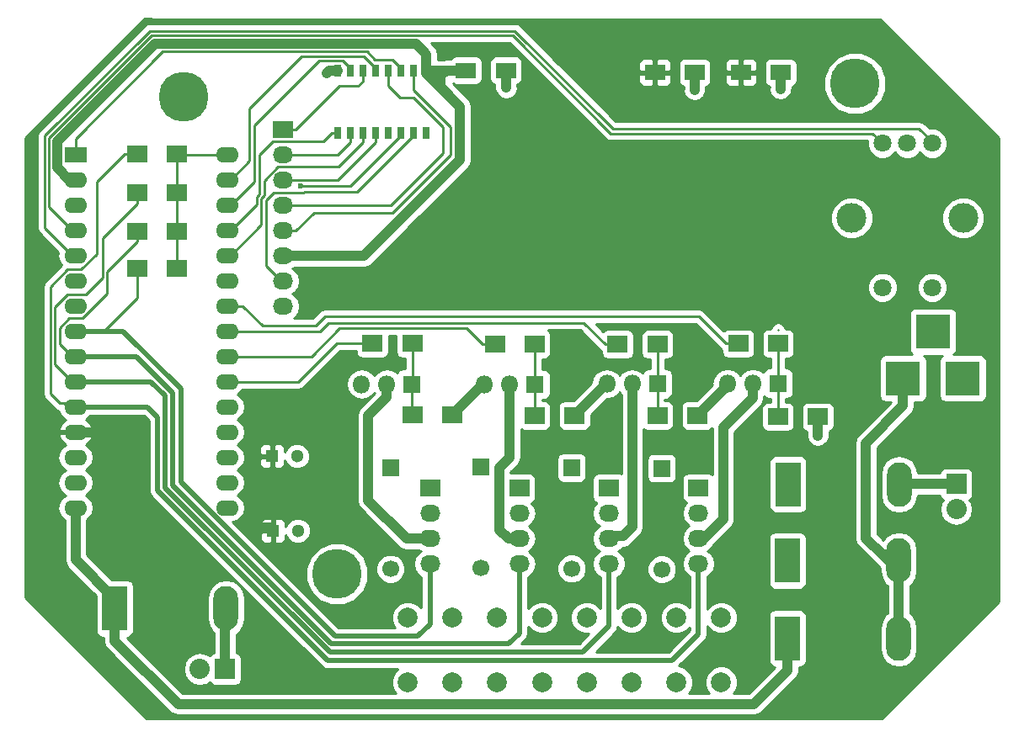
<source format=gtl>
G04 #@! TF.FileFunction,Copper,L1,Top,Signal*
%FSLAX46Y46*%
G04 Gerber Fmt 4.6, Leading zero omitted, Abs format (unit mm)*
G04 Created by KiCad (PCBNEW 4.0.7) date 05/21/18 20:26:36*
%MOMM*%
%LPD*%
G01*
G04 APERTURE LIST*
%ADD10C,0.100000*%
%ADD11C,5.000000*%
%ADD12R,2.000000X1.700000*%
%ADD13R,2.286000X1.574800*%
%ADD14O,2.286000X1.574800*%
%ADD15R,2.032000X1.727200*%
%ADD16O,2.032000X1.727200*%
%ADD17R,2.000000X1.600000*%
%ADD18R,1.300000X1.300000*%
%ADD19C,1.300000*%
%ADD20R,2.499360X4.500880*%
%ADD21O,2.499360X4.500880*%
%ADD22C,1.699260*%
%ADD23R,1.699260X1.699260*%
%ADD24R,3.500000X3.500000*%
%ADD25R,2.032000X2.032000*%
%ADD26O,2.032000X2.032000*%
%ADD27R,0.800000X1.300000*%
%ADD28R,1.800000X1.800000*%
%ADD29O,1.800000X1.800000*%
%ADD30C,1.800000*%
%ADD31C,3.000000*%
%ADD32C,2.000000*%
%ADD33C,0.600000*%
%ADD34C,0.250000*%
%ADD35C,1.000000*%
%ADD36C,0.500000*%
%ADD37C,0.254000*%
G04 APERTURE END LIST*
D10*
D11*
X131560000Y-83290000D03*
X79480000Y-132640000D03*
D12*
X127820000Y-116810000D03*
X123820000Y-116810000D03*
D13*
X53210000Y-90420000D03*
D14*
X53210000Y-92960000D03*
X53210000Y-95500000D03*
X53210000Y-98040000D03*
X53210000Y-100580000D03*
X53210000Y-103120000D03*
X53210000Y-105660000D03*
X53210000Y-108200000D03*
X53210000Y-110740000D03*
X53210000Y-113280000D03*
X53210000Y-115820000D03*
X53210000Y-118360000D03*
X53210000Y-120900000D03*
X53210000Y-123440000D03*
X53210000Y-125980000D03*
X68450000Y-125980000D03*
X68450000Y-123440000D03*
X68450000Y-120900000D03*
X68450000Y-118360000D03*
X68450000Y-115820000D03*
X68450000Y-113280000D03*
X68450000Y-110740000D03*
X68450000Y-108200000D03*
X68450000Y-105660000D03*
X68450000Y-103120000D03*
X68450000Y-100580000D03*
X68450000Y-98040000D03*
X68450000Y-95500000D03*
X68450000Y-92960000D03*
X68450000Y-90420000D03*
D15*
X74060000Y-87940000D03*
D16*
X74060000Y-90480000D03*
X74060000Y-93020000D03*
X74060000Y-95560000D03*
X74060000Y-98100000D03*
X74060000Y-100640000D03*
X74060000Y-103180000D03*
X74060000Y-105720000D03*
D17*
X120100000Y-82160000D03*
X124100000Y-82160000D03*
X111450000Y-82160000D03*
X115450000Y-82160000D03*
D18*
X72960000Y-120780000D03*
D19*
X75460000Y-120780000D03*
D18*
X73040000Y-128280000D03*
D19*
X75540000Y-128280000D03*
D17*
X96460000Y-81950000D03*
X92460000Y-81950000D03*
D20*
X57144000Y-136120000D03*
D21*
X68320000Y-136120000D03*
D20*
X124774920Y-139100000D03*
D21*
X135950920Y-139100000D03*
D20*
X124774920Y-131300000D03*
D21*
X135950920Y-131300000D03*
D20*
X124834920Y-123610000D03*
D21*
X136010920Y-123610000D03*
D22*
X84850000Y-132120000D03*
D23*
X84850000Y-121960000D03*
D22*
X93950000Y-131990000D03*
D23*
X93950000Y-121830000D03*
D22*
X103060000Y-132100000D03*
D23*
X103060000Y-121940000D03*
D22*
X112120000Y-132160000D03*
D23*
X112120000Y-122000000D03*
D24*
X136400000Y-112960000D03*
X142400000Y-112960000D03*
X139400000Y-108260000D03*
D25*
X68220000Y-142200000D03*
D26*
X65680000Y-142200000D03*
D25*
X141740000Y-123590000D03*
D26*
X141740000Y-126130000D03*
D15*
X88820000Y-124000000D03*
D16*
X88820000Y-126540000D03*
X88820000Y-129080000D03*
X88820000Y-131620000D03*
D15*
X97820000Y-124000000D03*
D16*
X97820000Y-126540000D03*
X97820000Y-129080000D03*
X97820000Y-131620000D03*
D15*
X106810000Y-124000000D03*
D16*
X106810000Y-126540000D03*
X106810000Y-129080000D03*
X106810000Y-131620000D03*
D15*
X115820000Y-123980000D03*
D16*
X115820000Y-126520000D03*
X115820000Y-129060000D03*
X115820000Y-131600000D03*
D27*
X88470000Y-81990000D03*
X87190000Y-81990000D03*
X85930000Y-81990000D03*
X84660000Y-81990000D03*
X83380000Y-81990000D03*
X82110000Y-81990000D03*
X80850000Y-81990000D03*
X79570000Y-81990000D03*
X79570000Y-88290000D03*
X80850000Y-88290000D03*
X82110000Y-88290000D03*
X83380000Y-88290000D03*
X84660000Y-88290000D03*
X85930000Y-88290000D03*
X87190000Y-88290000D03*
X88470000Y-88290000D03*
D28*
X87030000Y-113530000D03*
D29*
X84490000Y-113530000D03*
X81950000Y-113530000D03*
D28*
X99380000Y-113560000D03*
D29*
X96840000Y-113560000D03*
X94300000Y-113560000D03*
D28*
X111680000Y-113510000D03*
D29*
X109140000Y-113510000D03*
X106600000Y-113510000D03*
D28*
X123820000Y-113460000D03*
D29*
X121280000Y-113460000D03*
X118740000Y-113460000D03*
D12*
X63390000Y-101900000D03*
X59390000Y-101900000D03*
X63390000Y-98120000D03*
X59390000Y-98120000D03*
X63390000Y-94300000D03*
X59390000Y-94300000D03*
X63390000Y-90360000D03*
X59390000Y-90360000D03*
X91070000Y-116600000D03*
X87070000Y-116600000D03*
X83050000Y-109440000D03*
X87050000Y-109440000D03*
X103360000Y-116700000D03*
X99360000Y-116700000D03*
X95360000Y-109500000D03*
X99360000Y-109500000D03*
X115700000Y-116700000D03*
X111700000Y-116700000D03*
X107700000Y-109520000D03*
X111700000Y-109520000D03*
X119830000Y-109450000D03*
X123830000Y-109450000D03*
D30*
X139320000Y-103810000D03*
X139320000Y-89310000D03*
X136820000Y-89310000D03*
X134320000Y-89310000D03*
X134320000Y-103810000D03*
D31*
X131220000Y-96810000D03*
X142420000Y-96810000D03*
D32*
X91100000Y-143520000D03*
X86600000Y-143520000D03*
X91100000Y-137020000D03*
X86600000Y-137020000D03*
X100090000Y-143520000D03*
X95590000Y-143520000D03*
X100090000Y-137020000D03*
X95590000Y-137020000D03*
X109080000Y-143520000D03*
X104580000Y-143520000D03*
X109080000Y-137020000D03*
X104580000Y-137020000D03*
X118110000Y-143520000D03*
X113610000Y-143520000D03*
X118110000Y-137020000D03*
X113610000Y-137020000D03*
D11*
X64030000Y-84610000D03*
D33*
X70520000Y-127980000D03*
X65040000Y-130570000D03*
X127810000Y-118730000D03*
X124050000Y-83820000D03*
X115420000Y-83900000D03*
X96500000Y-83710000D03*
X78460000Y-82230000D03*
X75830000Y-93610000D03*
D34*
X123820000Y-108090000D02*
X123830000Y-108080000D01*
D35*
X72740000Y-127980000D02*
X70520000Y-127980000D01*
X65040000Y-130570000D02*
X58480000Y-124010000D01*
X58480000Y-124010000D02*
X58480000Y-120400000D01*
X58480000Y-120400000D02*
X56440000Y-118360000D01*
X56440000Y-118360000D02*
X53210000Y-118360000D01*
X72740000Y-127980000D02*
X73040000Y-128280000D01*
X127810000Y-118730000D02*
X127820000Y-118720000D01*
X127820000Y-118720000D02*
X127820000Y-116810000D01*
X118740000Y-113460000D02*
X118740000Y-113660000D01*
X118740000Y-113660000D02*
X115700000Y-116700000D01*
X106600000Y-113510000D02*
X106550000Y-113510000D01*
X106550000Y-113510000D02*
X103360000Y-116700000D01*
X94300000Y-113560000D02*
X94110000Y-113560000D01*
X94110000Y-113560000D02*
X91070000Y-116600000D01*
X124100000Y-83770000D02*
X124100000Y-82160000D01*
X124050000Y-83820000D02*
X124100000Y-83770000D01*
X115450000Y-83870000D02*
X115450000Y-82160000D01*
X115420000Y-83900000D02*
X115450000Y-83870000D01*
X79570000Y-81990000D02*
X78700000Y-81990000D01*
X96460000Y-83670000D02*
X96460000Y-81950000D01*
X96500000Y-83710000D02*
X96460000Y-83670000D01*
X78700000Y-81990000D02*
X78460000Y-82230000D01*
D34*
X82020000Y-113640000D02*
X82000000Y-113620000D01*
X106590000Y-113610000D02*
X106640000Y-113560000D01*
D35*
X57144000Y-136120000D02*
X57144000Y-139370440D01*
X57144000Y-139370440D02*
X63523560Y-145750000D01*
X121375360Y-145750000D02*
X124774920Y-142350440D01*
X63523560Y-145750000D02*
X121375360Y-145750000D01*
X124774920Y-142350440D02*
X124774920Y-139100000D01*
X57144000Y-136120000D02*
X57144000Y-135119240D01*
X57144000Y-135119240D02*
X53210000Y-131185240D01*
X53210000Y-131185240D02*
X53210000Y-125980000D01*
X68220000Y-142200000D02*
X68220000Y-136220000D01*
X68220000Y-136220000D02*
X68320000Y-136120000D01*
X134320000Y-130710000D02*
X135950920Y-132340920D01*
X135950920Y-132340920D02*
X135950920Y-139100000D01*
X134320000Y-130710000D02*
X135360920Y-130710000D01*
X135360920Y-130710000D02*
X135950920Y-131300000D01*
X132650000Y-129040000D02*
X134320000Y-130710000D01*
X132650000Y-119460000D02*
X132650000Y-129040000D01*
X136400000Y-112960000D02*
X136400000Y-115710000D01*
X136400000Y-115710000D02*
X132650000Y-119460000D01*
X141740000Y-123590000D02*
X136030920Y-123590000D01*
X136030920Y-123590000D02*
X136010920Y-123610000D01*
X82620000Y-125220000D02*
X86480000Y-129080000D01*
X86480000Y-129080000D02*
X88820000Y-129080000D01*
X82620000Y-116672792D02*
X82620000Y-125220000D01*
X84490000Y-113530000D02*
X84490000Y-114802792D01*
X84490000Y-114802792D02*
X82620000Y-116672792D01*
X88440000Y-128700000D02*
X88820000Y-129080000D01*
X96830000Y-113620000D02*
X96830000Y-120900000D01*
X96830000Y-120900000D02*
X95804000Y-121926000D01*
X95804000Y-121926000D02*
X95804000Y-128184000D01*
X95804000Y-128184000D02*
X96700000Y-129080000D01*
X96700000Y-129080000D02*
X97820000Y-129080000D01*
X108250000Y-128830000D02*
X107060000Y-128830000D01*
X107060000Y-128830000D02*
X106810000Y-129080000D01*
X109180000Y-127900000D02*
X108250000Y-128830000D01*
X109180000Y-113560000D02*
X109180000Y-127900000D01*
X121290000Y-114940000D02*
X121280000Y-114930000D01*
X121280000Y-114930000D02*
X121280000Y-113460000D01*
X118330000Y-117900000D02*
X121290000Y-114940000D01*
X118330000Y-127110000D02*
X118330000Y-117900000D01*
X116380000Y-129060000D02*
X118330000Y-127110000D01*
X115820000Y-129060000D02*
X116380000Y-129060000D01*
D36*
X88820000Y-131620000D02*
X88820000Y-137670000D01*
X88820000Y-137670000D02*
X87590000Y-138900000D01*
X87590000Y-138900000D02*
X79264438Y-138900000D01*
X79264438Y-138900000D02*
X63760000Y-123395562D01*
X63760000Y-123395562D02*
X63760000Y-113990000D01*
X63760000Y-113990000D02*
X57970000Y-108200000D01*
X57970000Y-108200000D02*
X56030000Y-108200000D01*
D34*
X56030000Y-108200000D02*
X59390000Y-104840000D01*
X59390000Y-104840000D02*
X59390000Y-101900000D01*
D36*
X56030000Y-108200000D02*
X53210000Y-108200000D01*
D34*
X88667600Y-131620000D02*
X88820000Y-131620000D01*
X59390000Y-101900000D02*
X59240000Y-101900000D01*
D36*
X97820000Y-131620000D02*
X97820000Y-138600000D01*
X97820000Y-138600000D02*
X96750000Y-139670000D01*
X96750000Y-139670000D02*
X78910000Y-139670000D01*
X78910000Y-139670000D02*
X62990000Y-123750000D01*
X62990000Y-123750000D02*
X62990000Y-114410000D01*
X62990000Y-114410000D02*
X59320000Y-110740000D01*
X59320000Y-110740000D02*
X54960000Y-110740000D01*
X54960000Y-110740000D02*
X53210000Y-110740000D01*
D34*
X52854400Y-110740000D02*
X53210000Y-110740000D01*
X51590022Y-109475622D02*
X52854400Y-110740000D01*
X53888785Y-106910000D02*
X52571215Y-106910000D01*
X56390011Y-104408774D02*
X53888785Y-106910000D01*
X56390011Y-102219989D02*
X56390011Y-104408774D01*
X59390000Y-98120000D02*
X59390000Y-99220000D01*
X51590022Y-107891193D02*
X51590022Y-109475622D01*
X52571215Y-106910000D02*
X51590022Y-107891193D01*
X59390000Y-99220000D02*
X56390011Y-102219989D01*
D36*
X106810000Y-131620000D02*
X106810000Y-137900000D01*
X106810000Y-137900000D02*
X104180000Y-140530000D01*
X104180000Y-140530000D02*
X78770000Y-140530000D01*
X62200000Y-123960000D02*
X62200000Y-114710000D01*
X78770000Y-140530000D02*
X62200000Y-123960000D01*
X62200000Y-114710000D02*
X60770000Y-113280000D01*
X60770000Y-113280000D02*
X54853000Y-113280000D01*
X54853000Y-113280000D02*
X53210000Y-113280000D01*
X106810000Y-131620000D02*
X106657600Y-131620000D01*
D34*
X52854400Y-113280000D02*
X53210000Y-113280000D01*
X51140011Y-105801204D02*
X51140011Y-111565611D01*
X52393625Y-104547590D02*
X51140011Y-105801204D01*
X59390000Y-95400000D02*
X55940000Y-98850000D01*
X59390000Y-94300000D02*
X59390000Y-95400000D01*
X55940000Y-102820000D02*
X54212410Y-104547590D01*
X55940000Y-98850000D02*
X55940000Y-102820000D01*
X54212410Y-104547590D02*
X52393625Y-104547590D01*
X51140011Y-111565611D02*
X52854400Y-113280000D01*
D36*
X115820000Y-131600000D02*
X115820000Y-138680000D01*
X115820000Y-138680000D02*
X113160000Y-141340000D01*
X113160000Y-141340000D02*
X78550000Y-141340000D01*
X78550000Y-141340000D02*
X61460000Y-124250000D01*
X61460000Y-116850000D02*
X60430000Y-115820000D01*
X60430000Y-115820000D02*
X53210000Y-115820000D01*
X61460000Y-124250000D02*
X61460000Y-116850000D01*
X53565600Y-115820000D02*
X53210000Y-115820000D01*
X115667600Y-131600000D02*
X115820000Y-131600000D01*
D34*
X52070000Y-115470000D02*
X52420000Y-115820000D01*
X52420000Y-115820000D02*
X53210000Y-115820000D01*
X51630000Y-115470000D02*
X52070000Y-115470000D01*
X50690000Y-114530000D02*
X51630000Y-115470000D01*
X50690000Y-103711215D02*
X50690000Y-114530000D01*
X55300000Y-100418785D02*
X53711195Y-102007590D01*
X55300000Y-93200000D02*
X55300000Y-100418785D01*
X53711195Y-102007590D02*
X52393625Y-102007590D01*
X52393625Y-102007590D02*
X50690000Y-103711215D01*
X59390000Y-90360000D02*
X58140000Y-90360000D01*
X58140000Y-90360000D02*
X55300000Y-93200000D01*
X90930000Y-87650000D02*
X87190000Y-83910000D01*
X87190000Y-83910000D02*
X87190000Y-81990000D01*
X90930000Y-90440000D02*
X90930000Y-87650000D01*
X85090000Y-96280000D02*
X90930000Y-90440000D01*
X77146000Y-96280000D02*
X85090000Y-96280000D01*
X74060000Y-98100000D02*
X75326000Y-98100000D01*
X75326000Y-98100000D02*
X77146000Y-96280000D01*
X64943958Y-80079042D02*
X61940958Y-80079042D01*
X83279595Y-80879042D02*
X82479595Y-80079042D01*
X82479595Y-80079042D02*
X64943958Y-80079042D01*
X85069042Y-80879042D02*
X83279595Y-80879042D01*
X85930000Y-81740000D02*
X85069042Y-80879042D01*
X53210000Y-88810000D02*
X53210000Y-90420000D01*
X61940958Y-80079042D02*
X53210000Y-88810000D01*
X85930000Y-81990000D02*
X85930000Y-81740000D01*
X85830000Y-84670000D02*
X84660000Y-83500000D01*
X84660000Y-83500000D02*
X84660000Y-81990000D01*
X87210000Y-84670000D02*
X85830000Y-84670000D01*
X90170000Y-87630000D02*
X87210000Y-84670000D01*
X90170000Y-90250000D02*
X90170000Y-87630000D01*
X84860000Y-95560000D02*
X90170000Y-90250000D01*
X74060000Y-95560000D02*
X84860000Y-95560000D01*
X82169053Y-80529053D02*
X83380000Y-81740000D01*
X75928125Y-80529053D02*
X82169053Y-80529053D01*
X70679978Y-91085622D02*
X70679978Y-85777200D01*
X83380000Y-81740000D02*
X83380000Y-81990000D01*
X68450000Y-92960000D02*
X68805600Y-92960000D01*
X68805600Y-92960000D02*
X70679978Y-91085622D01*
X70679978Y-85777200D02*
X75928125Y-80529053D01*
X81620000Y-83550000D02*
X82110000Y-83060000D01*
X82110000Y-83060000D02*
X82110000Y-81990000D01*
X79716000Y-83550000D02*
X81620000Y-83550000D01*
X74060000Y-87940000D02*
X75326000Y-87940000D01*
X75326000Y-87940000D02*
X79716000Y-83550000D01*
X77670936Y-80979064D02*
X80089064Y-80979064D01*
X80089064Y-80979064D02*
X80850000Y-81740000D01*
X71129989Y-93175611D02*
X71129989Y-87520011D01*
X68805600Y-95500000D02*
X71129989Y-93175611D01*
X68450000Y-95500000D02*
X68805600Y-95500000D01*
X80850000Y-81740000D02*
X80850000Y-81990000D01*
X71129989Y-87520011D02*
X77670936Y-80979064D01*
X78920000Y-88290000D02*
X79570000Y-88290000D01*
X73021399Y-89128601D02*
X78081399Y-89128601D01*
X71680000Y-90470000D02*
X73021399Y-89128601D01*
X71680000Y-94417178D02*
X71680000Y-90470000D01*
X71419978Y-94677200D02*
X71680000Y-94417178D01*
X71419978Y-95425622D02*
X71419978Y-94677200D01*
X68450000Y-98040000D02*
X68805600Y-98040000D01*
X68805600Y-98040000D02*
X71419978Y-95425622D01*
X78081399Y-89128601D02*
X78920000Y-88290000D01*
X79560000Y-90480000D02*
X75326000Y-90480000D01*
X80850000Y-88290000D02*
X80850000Y-89190000D01*
X80850000Y-89190000D02*
X79560000Y-90480000D01*
X75326000Y-90480000D02*
X74060000Y-90480000D01*
X80850000Y-88540000D02*
X80850000Y-88290000D01*
X79631390Y-91668610D02*
X82110000Y-89190000D01*
X73578042Y-91668610D02*
X79631390Y-91668610D01*
X72180000Y-93066652D02*
X73578042Y-91668610D01*
X71869989Y-97515611D02*
X71869989Y-94863600D01*
X71869989Y-94863600D02*
X72180000Y-94553590D01*
X82110000Y-89190000D02*
X82110000Y-88290000D01*
X72180000Y-94553590D02*
X72180000Y-93066652D01*
X68450000Y-100580000D02*
X68805600Y-100580000D01*
X68805600Y-100580000D02*
X71869989Y-97515611D01*
X83380000Y-89190000D02*
X83380000Y-88290000D01*
X79550000Y-93020000D02*
X83380000Y-89190000D01*
X76165004Y-93020000D02*
X79550000Y-93020000D01*
X76130002Y-92984998D02*
X76165004Y-93020000D01*
X75361002Y-92984998D02*
X76130002Y-92984998D01*
X75326000Y-93020000D02*
X75361002Y-92984998D01*
X74060000Y-93020000D02*
X75326000Y-93020000D01*
X85930000Y-88540000D02*
X80860000Y-93610000D01*
X85930000Y-88290000D02*
X85930000Y-88540000D01*
X80860000Y-93610000D02*
X75830000Y-93610000D01*
X87190000Y-88540000D02*
X87190000Y-88290000D01*
X72320000Y-101592400D02*
X72320000Y-95050000D01*
X81521390Y-94208610D02*
X87190000Y-88540000D01*
X76156394Y-94208610D02*
X81521390Y-94208610D01*
X76130002Y-94235002D02*
X76156394Y-94208610D01*
X73907600Y-103180000D02*
X72320000Y-101592400D01*
X74060000Y-103180000D02*
X73907600Y-103180000D01*
X73134998Y-94235002D02*
X76130002Y-94235002D01*
X72320000Y-95050000D02*
X73134998Y-94235002D01*
X87030000Y-113530000D02*
X87030000Y-116560000D01*
X87030000Y-116560000D02*
X87070000Y-116600000D01*
X87050000Y-109440000D02*
X87050000Y-113510000D01*
X87050000Y-113510000D02*
X87030000Y-113530000D01*
X87040000Y-113520000D02*
X87030000Y-113530000D01*
X99380000Y-113560000D02*
X99380000Y-116680000D01*
X99380000Y-116680000D02*
X99360000Y-116700000D01*
X99360000Y-109500000D02*
X99360000Y-113540000D01*
X99360000Y-113540000D02*
X99380000Y-113560000D01*
X99390000Y-113550000D02*
X99380000Y-113560000D01*
X99370000Y-113570000D02*
X99380000Y-113560000D01*
X111680000Y-113510000D02*
X111680000Y-116680000D01*
X111680000Y-116680000D02*
X111700000Y-116700000D01*
X111700000Y-109520000D02*
X111700000Y-113490000D01*
X111700000Y-113490000D02*
X111680000Y-113510000D01*
X123820000Y-113460000D02*
X123820000Y-114610000D01*
X123820000Y-114610000D02*
X123820000Y-116810000D01*
X123830000Y-109450000D02*
X123830000Y-113450000D01*
X123830000Y-113450000D02*
X123820000Y-113460000D01*
X123830000Y-113470000D02*
X123820000Y-113460000D01*
X63390000Y-98120000D02*
X63390000Y-101900000D01*
X63390000Y-94300000D02*
X63390000Y-98120000D01*
X63390000Y-90360000D02*
X63390000Y-91460000D01*
X63390000Y-91460000D02*
X63390000Y-94300000D01*
X68450000Y-90420000D02*
X63450000Y-90420000D01*
X63450000Y-90420000D02*
X63390000Y-90360000D01*
X79450000Y-109440000D02*
X75610000Y-113280000D01*
X75610000Y-113280000D02*
X68450000Y-113280000D01*
X83050000Y-109440000D02*
X79450000Y-109440000D01*
X79720000Y-107920000D02*
X76900000Y-110740000D01*
X76900000Y-110740000D02*
X68450000Y-110740000D01*
X92530000Y-107920000D02*
X79720000Y-107920000D01*
X95360000Y-109500000D02*
X94110000Y-109500000D01*
X94110000Y-109500000D02*
X92530000Y-107920000D01*
X78590000Y-107350000D02*
X77740000Y-108200000D01*
X77740000Y-108200000D02*
X68450000Y-108200000D01*
X104280000Y-107350000D02*
X78590000Y-107350000D01*
X107700000Y-109520000D02*
X106450000Y-109520000D01*
X106450000Y-109520000D02*
X104280000Y-107350000D01*
X71990000Y-107660000D02*
X69990000Y-105660000D01*
X69990000Y-105660000D02*
X68450000Y-105660000D01*
X77330000Y-107660000D02*
X71990000Y-107660000D01*
X78240000Y-106750000D02*
X77330000Y-107660000D01*
X115880000Y-106750000D02*
X78240000Y-106750000D01*
X119830000Y-109450000D02*
X118580000Y-109450000D01*
X118580000Y-109450000D02*
X115880000Y-106750000D01*
X68450000Y-105660000D02*
X68805600Y-105660000D01*
X133380000Y-87820000D02*
X107200000Y-87820000D01*
X138010000Y-87820000D02*
X133380000Y-87820000D01*
X106710000Y-87330000D02*
X97359018Y-77979018D01*
X97359018Y-77979018D02*
X83349455Y-77979018D01*
X83349455Y-77979009D02*
X83349455Y-77979018D01*
X138010000Y-87820000D02*
X139320000Y-89130000D01*
X107200000Y-87820000D02*
X106710000Y-87330000D01*
X139320000Y-89310000D02*
X139320000Y-89130000D01*
X139320000Y-89310000D02*
X139320000Y-89050000D01*
X50091977Y-97817577D02*
X50091977Y-88544469D01*
X50091977Y-88544469D02*
X60657437Y-77979009D01*
X60657437Y-77979009D02*
X83349455Y-77979009D01*
X83349455Y-77979009D02*
X83349455Y-77979009D01*
X52854400Y-100580000D02*
X50091977Y-97817577D01*
X53210000Y-100580000D02*
X52854400Y-100580000D01*
X96950000Y-78429020D02*
X97119020Y-78429020D01*
X133310000Y-88300000D02*
X134320000Y-89310000D01*
X106990000Y-88300000D02*
X133310000Y-88300000D01*
X97119020Y-78429020D02*
X106990000Y-88300000D01*
X50541988Y-95727588D02*
X52854400Y-98040000D01*
X50541988Y-95727588D02*
X50541988Y-88730869D01*
X50541988Y-88730869D02*
X60843837Y-78429020D01*
X60843837Y-78429020D02*
X83163055Y-78429020D01*
X97019020Y-78429020D02*
X96950000Y-78429020D01*
X96950000Y-78429020D02*
X83163055Y-78429020D01*
X53210000Y-98040000D02*
X52854400Y-98040000D01*
D35*
X82821325Y-79254031D02*
X87384031Y-79254031D01*
X51366999Y-89072599D02*
X61185567Y-79254031D01*
X51366999Y-91767401D02*
X51366999Y-89072599D01*
X88470000Y-81990000D02*
X88470000Y-80340000D01*
X61185567Y-79254031D02*
X82821325Y-79254031D01*
X51366999Y-91767401D02*
X52559598Y-92960000D01*
X88184031Y-80054031D02*
X88470000Y-80340000D01*
X87384031Y-79254031D02*
X88184031Y-80054031D01*
X53210000Y-92960000D02*
X52559598Y-92960000D01*
X89870000Y-82540000D02*
X89870000Y-83640000D01*
X89870000Y-83640000D02*
X91850000Y-85620000D01*
X92460000Y-81950000D02*
X90460000Y-81950000D01*
X90460000Y-81950000D02*
X89870000Y-82540000D01*
X88470000Y-81990000D02*
X92420000Y-81990000D01*
X92420000Y-81990000D02*
X92460000Y-81950000D01*
X91850000Y-90980000D02*
X82190000Y-100640000D01*
X82190000Y-100640000D02*
X74060000Y-100640000D01*
X91850000Y-85620000D02*
X91850000Y-90980000D01*
X88470000Y-81990000D02*
X88470000Y-82240000D01*
X88470000Y-82240000D02*
X91850000Y-85620000D01*
D37*
G36*
X60850197Y-76819803D02*
X60892211Y-76847666D01*
X60940000Y-76857000D01*
X134077394Y-76857000D01*
X145993000Y-88772606D01*
X145993000Y-135437394D01*
X134277394Y-147153000D01*
X60362606Y-147153000D01*
X48177000Y-134967394D01*
X48177000Y-88792606D01*
X48425137Y-88544469D01*
X49331977Y-88544469D01*
X49331977Y-97817577D01*
X49389829Y-98108416D01*
X49554576Y-98354978D01*
X51460617Y-100261019D01*
X51397167Y-100580000D01*
X51505441Y-101124329D01*
X51784477Y-101541936D01*
X50152599Y-103173814D01*
X49987852Y-103420376D01*
X49930000Y-103711215D01*
X49930000Y-114530000D01*
X49987852Y-114820839D01*
X50152599Y-115067401D01*
X51092599Y-116007401D01*
X51339161Y-116172148D01*
X51472489Y-116198669D01*
X51505441Y-116364329D01*
X51813778Y-116825789D01*
X52208830Y-117089754D01*
X52192738Y-117094475D01*
X51758809Y-117444014D01*
X51491673Y-117933004D01*
X51474990Y-118012940D01*
X51597148Y-118233000D01*
X53083000Y-118233000D01*
X53083000Y-118213000D01*
X53337000Y-118213000D01*
X53337000Y-118233000D01*
X54822852Y-118233000D01*
X54945010Y-118012940D01*
X54928327Y-117933004D01*
X54661191Y-117444014D01*
X54227262Y-117094475D01*
X54211170Y-117089754D01*
X54606222Y-116825789D01*
X54686930Y-116705000D01*
X60063420Y-116705000D01*
X60575000Y-117216579D01*
X60575000Y-124249995D01*
X60574999Y-124250000D01*
X60613945Y-124445789D01*
X60642367Y-124588675D01*
X60813637Y-124845000D01*
X60834210Y-124875790D01*
X77924208Y-141965787D01*
X77924210Y-141965790D01*
X78211325Y-142157633D01*
X78261709Y-142167655D01*
X78550000Y-142225001D01*
X78550005Y-142225000D01*
X85583002Y-142225000D01*
X85214722Y-142592637D01*
X84965284Y-143193352D01*
X84964716Y-143843795D01*
X85213106Y-144444943D01*
X85382866Y-144615000D01*
X63993692Y-144615000D01*
X61546347Y-142167655D01*
X64029000Y-142167655D01*
X64029000Y-142232345D01*
X64154675Y-142864155D01*
X64512567Y-143399778D01*
X65048190Y-143757670D01*
X65680000Y-143883345D01*
X66311810Y-143757670D01*
X66651792Y-143530501D01*
X66739910Y-143667441D01*
X66952110Y-143812431D01*
X67204000Y-143863440D01*
X69236000Y-143863440D01*
X69471317Y-143819162D01*
X69687441Y-143680090D01*
X69832431Y-143467890D01*
X69883440Y-143216000D01*
X69883440Y-141184000D01*
X69839162Y-140948683D01*
X69700090Y-140732559D01*
X69487890Y-140587569D01*
X69355000Y-140560658D01*
X69355000Y-138708856D01*
X69652670Y-138509959D01*
X70061217Y-137898525D01*
X70204680Y-137177289D01*
X70204680Y-135062711D01*
X70061217Y-134341475D01*
X69652670Y-133730041D01*
X69041236Y-133321494D01*
X68320000Y-133178031D01*
X67598764Y-133321494D01*
X66987330Y-133730041D01*
X66578783Y-134341475D01*
X66435320Y-135062711D01*
X66435320Y-137177289D01*
X66578783Y-137898525D01*
X66987330Y-138509959D01*
X67085000Y-138575220D01*
X67085000Y-140558951D01*
X66968683Y-140580838D01*
X66752559Y-140719910D01*
X66650802Y-140868837D01*
X66311810Y-140642330D01*
X65680000Y-140516655D01*
X65048190Y-140642330D01*
X64512567Y-141000222D01*
X64154675Y-141535845D01*
X64029000Y-142167655D01*
X61546347Y-142167655D01*
X58396114Y-139017422D01*
X58628997Y-138973602D01*
X58845121Y-138834530D01*
X58990111Y-138622330D01*
X59041120Y-138370440D01*
X59041120Y-133869560D01*
X58996842Y-133634243D01*
X58857770Y-133418119D01*
X58645570Y-133273129D01*
X58393680Y-133222120D01*
X56852012Y-133222120D01*
X54345000Y-130715108D01*
X54345000Y-127160332D01*
X54606222Y-126985789D01*
X54914559Y-126524329D01*
X55022833Y-125980000D01*
X54914559Y-125435671D01*
X54606222Y-124974211D01*
X54210801Y-124710000D01*
X54606222Y-124445789D01*
X54914559Y-123984329D01*
X55022833Y-123440000D01*
X54914559Y-122895671D01*
X54606222Y-122434211D01*
X54210801Y-122170000D01*
X54606222Y-121905789D01*
X54914559Y-121444329D01*
X55022833Y-120900000D01*
X54914559Y-120355671D01*
X54606222Y-119894211D01*
X54211170Y-119630246D01*
X54227262Y-119625525D01*
X54661191Y-119275986D01*
X54928327Y-118786996D01*
X54945010Y-118707060D01*
X54822852Y-118487000D01*
X53337000Y-118487000D01*
X53337000Y-118507000D01*
X53083000Y-118507000D01*
X53083000Y-118487000D01*
X51597148Y-118487000D01*
X51474990Y-118707060D01*
X51491673Y-118786996D01*
X51758809Y-119275986D01*
X52192738Y-119625525D01*
X52208830Y-119630246D01*
X51813778Y-119894211D01*
X51505441Y-120355671D01*
X51397167Y-120900000D01*
X51505441Y-121444329D01*
X51813778Y-121905789D01*
X52209199Y-122170000D01*
X51813778Y-122434211D01*
X51505441Y-122895671D01*
X51397167Y-123440000D01*
X51505441Y-123984329D01*
X51813778Y-124445789D01*
X52209199Y-124710000D01*
X51813778Y-124974211D01*
X51505441Y-125435671D01*
X51397167Y-125980000D01*
X51505441Y-126524329D01*
X51813778Y-126985789D01*
X52075000Y-127160332D01*
X52075000Y-131185240D01*
X52161397Y-131619586D01*
X52353157Y-131906575D01*
X52407434Y-131987806D01*
X55246880Y-134827252D01*
X55246880Y-138370440D01*
X55291158Y-138605757D01*
X55430230Y-138821881D01*
X55642430Y-138966871D01*
X55894320Y-139017880D01*
X56009000Y-139017880D01*
X56009000Y-139370440D01*
X56095397Y-139804786D01*
X56325128Y-140148603D01*
X56341434Y-140173006D01*
X62720994Y-146552566D01*
X63089214Y-146798603D01*
X63523560Y-146885000D01*
X121375360Y-146885000D01*
X121809706Y-146798603D01*
X122177926Y-146552566D01*
X125577486Y-143153006D01*
X125770490Y-142864155D01*
X125823523Y-142784786D01*
X125909920Y-142350440D01*
X125909920Y-141997880D01*
X126024600Y-141997880D01*
X126259917Y-141953602D01*
X126476041Y-141814530D01*
X126621031Y-141602330D01*
X126672040Y-141350440D01*
X126672040Y-136849560D01*
X126627762Y-136614243D01*
X126488690Y-136398119D01*
X126276490Y-136253129D01*
X126024600Y-136202120D01*
X123525240Y-136202120D01*
X123289923Y-136246398D01*
X123073799Y-136385470D01*
X122928809Y-136597670D01*
X122877800Y-136849560D01*
X122877800Y-141350440D01*
X122922078Y-141585757D01*
X123061150Y-141801881D01*
X123273350Y-141946871D01*
X123522835Y-141997393D01*
X120905228Y-144615000D01*
X119327348Y-144615000D01*
X119495278Y-144447363D01*
X119744716Y-143846648D01*
X119745284Y-143196205D01*
X119496894Y-142595057D01*
X119037363Y-142134722D01*
X118436648Y-141885284D01*
X117786205Y-141884716D01*
X117185057Y-142133106D01*
X116724722Y-142592637D01*
X116475284Y-143193352D01*
X116474716Y-143843795D01*
X116723106Y-144444943D01*
X116892866Y-144615000D01*
X114827348Y-144615000D01*
X114995278Y-144447363D01*
X115244716Y-143846648D01*
X115245284Y-143196205D01*
X114996894Y-142595057D01*
X114537363Y-142134722D01*
X113936648Y-141885284D01*
X113866357Y-141885223D01*
X116445787Y-139305792D01*
X116445790Y-139305790D01*
X116637633Y-139018675D01*
X116653546Y-138938675D01*
X116705001Y-138680000D01*
X116705000Y-138679995D01*
X116705000Y-137901123D01*
X116723106Y-137944943D01*
X117182637Y-138405278D01*
X117783352Y-138654716D01*
X118433795Y-138655284D01*
X119034943Y-138406894D01*
X119495278Y-137947363D01*
X119744716Y-137346648D01*
X119745284Y-136696205D01*
X119496894Y-136095057D01*
X119037363Y-135634722D01*
X118436648Y-135385284D01*
X117786205Y-135384716D01*
X117185057Y-135633106D01*
X116724722Y-136092637D01*
X116705000Y-136140133D01*
X116705000Y-132899824D01*
X117064415Y-132659670D01*
X117389271Y-132173489D01*
X117503345Y-131600000D01*
X117389271Y-131026511D01*
X117064415Y-130540330D01*
X116749634Y-130330000D01*
X117064415Y-130119670D01*
X117344221Y-129700911D01*
X117995572Y-129049560D01*
X122877800Y-129049560D01*
X122877800Y-133550440D01*
X122922078Y-133785757D01*
X123061150Y-134001881D01*
X123273350Y-134146871D01*
X123525240Y-134197880D01*
X126024600Y-134197880D01*
X126259917Y-134153602D01*
X126476041Y-134014530D01*
X126621031Y-133802330D01*
X126672040Y-133550440D01*
X126672040Y-129049560D01*
X126627762Y-128814243D01*
X126488690Y-128598119D01*
X126276490Y-128453129D01*
X126024600Y-128402120D01*
X123525240Y-128402120D01*
X123289923Y-128446398D01*
X123073799Y-128585470D01*
X122928809Y-128797670D01*
X122877800Y-129049560D01*
X117995572Y-129049560D01*
X119132566Y-127912567D01*
X119378603Y-127544346D01*
X119427717Y-127297433D01*
X119465000Y-127110000D01*
X119465000Y-121359560D01*
X122937800Y-121359560D01*
X122937800Y-125860440D01*
X122982078Y-126095757D01*
X123121150Y-126311881D01*
X123333350Y-126456871D01*
X123585240Y-126507880D01*
X126084600Y-126507880D01*
X126319917Y-126463602D01*
X126536041Y-126324530D01*
X126681031Y-126112330D01*
X126732040Y-125860440D01*
X126732040Y-121359560D01*
X126687762Y-121124243D01*
X126548690Y-120908119D01*
X126336490Y-120763129D01*
X126084600Y-120712120D01*
X123585240Y-120712120D01*
X123349923Y-120756398D01*
X123133799Y-120895470D01*
X122988809Y-121107670D01*
X122937800Y-121359560D01*
X119465000Y-121359560D01*
X119465000Y-118370132D01*
X122092566Y-115742566D01*
X122338603Y-115374345D01*
X122425000Y-114940000D01*
X122415000Y-114889727D01*
X122415000Y-114747865D01*
X122455910Y-114811441D01*
X122668110Y-114956431D01*
X122920000Y-115007440D01*
X123060000Y-115007440D01*
X123060000Y-115312560D01*
X122820000Y-115312560D01*
X122584683Y-115356838D01*
X122368559Y-115495910D01*
X122223569Y-115708110D01*
X122172560Y-115960000D01*
X122172560Y-117660000D01*
X122216838Y-117895317D01*
X122355910Y-118111441D01*
X122568110Y-118256431D01*
X122820000Y-118307440D01*
X124820000Y-118307440D01*
X125055317Y-118263162D01*
X125271441Y-118124090D01*
X125416431Y-117911890D01*
X125467440Y-117660000D01*
X125467440Y-115960000D01*
X126172560Y-115960000D01*
X126172560Y-117660000D01*
X126216838Y-117895317D01*
X126355910Y-118111441D01*
X126568110Y-118256431D01*
X126685000Y-118280102D01*
X126685000Y-118679727D01*
X126675000Y-118730000D01*
X126761397Y-119164345D01*
X127007434Y-119532566D01*
X127375655Y-119778603D01*
X127810000Y-119865000D01*
X128244345Y-119778603D01*
X128612566Y-119532566D01*
X128622566Y-119522566D01*
X128664371Y-119460000D01*
X131515000Y-119460000D01*
X131515000Y-129040000D01*
X131601397Y-129474346D01*
X131707733Y-129633489D01*
X131847434Y-129842566D01*
X134066240Y-132061372D01*
X134066240Y-132357289D01*
X134209703Y-133078525D01*
X134618250Y-133689959D01*
X134815920Y-133822038D01*
X134815920Y-136577962D01*
X134618250Y-136710041D01*
X134209703Y-137321475D01*
X134066240Y-138042711D01*
X134066240Y-140157289D01*
X134209703Y-140878525D01*
X134618250Y-141489959D01*
X135229684Y-141898506D01*
X135950920Y-142041969D01*
X136672156Y-141898506D01*
X137283590Y-141489959D01*
X137692137Y-140878525D01*
X137835600Y-140157289D01*
X137835600Y-138042711D01*
X137692137Y-137321475D01*
X137283590Y-136710041D01*
X137085920Y-136577962D01*
X137085920Y-133822038D01*
X137283590Y-133689959D01*
X137692137Y-133078525D01*
X137835600Y-132357289D01*
X137835600Y-130242711D01*
X137692137Y-129521475D01*
X137283590Y-128910041D01*
X136672156Y-128501494D01*
X135950920Y-128358031D01*
X135229684Y-128501494D01*
X134618250Y-128910041D01*
X134420751Y-129205619D01*
X133785000Y-128569868D01*
X133785000Y-122552711D01*
X134126240Y-122552711D01*
X134126240Y-124667289D01*
X134269703Y-125388525D01*
X134678250Y-125999959D01*
X135289684Y-126408506D01*
X136010920Y-126551969D01*
X136732156Y-126408506D01*
X137343590Y-125999959D01*
X137752137Y-125388525D01*
X137884121Y-124725000D01*
X140098951Y-124725000D01*
X140120838Y-124841317D01*
X140259910Y-125057441D01*
X140408837Y-125159198D01*
X140182330Y-125498190D01*
X140056655Y-126130000D01*
X140182330Y-126761810D01*
X140540222Y-127297433D01*
X141075845Y-127655325D01*
X141707655Y-127781000D01*
X141772345Y-127781000D01*
X142404155Y-127655325D01*
X142939778Y-127297433D01*
X143297670Y-126761810D01*
X143423345Y-126130000D01*
X143297670Y-125498190D01*
X143070501Y-125158208D01*
X143207441Y-125070090D01*
X143352431Y-124857890D01*
X143403440Y-124606000D01*
X143403440Y-122574000D01*
X143359162Y-122338683D01*
X143220090Y-122122559D01*
X143007890Y-121977569D01*
X142756000Y-121926560D01*
X140724000Y-121926560D01*
X140488683Y-121970838D01*
X140272559Y-122109910D01*
X140127569Y-122322110D01*
X140100658Y-122455000D01*
X137876164Y-122455000D01*
X137752137Y-121831475D01*
X137343590Y-121220041D01*
X136732156Y-120811494D01*
X136010920Y-120668031D01*
X135289684Y-120811494D01*
X134678250Y-121220041D01*
X134269703Y-121831475D01*
X134126240Y-122552711D01*
X133785000Y-122552711D01*
X133785000Y-119930132D01*
X137202566Y-116512566D01*
X137271660Y-116409160D01*
X137448603Y-116144346D01*
X137535000Y-115710000D01*
X137535000Y-115357440D01*
X138150000Y-115357440D01*
X138385317Y-115313162D01*
X138601441Y-115174090D01*
X138746431Y-114961890D01*
X138797440Y-114710000D01*
X138797440Y-111210000D01*
X138753162Y-110974683D01*
X138614090Y-110758559D01*
X138466097Y-110657440D01*
X140336045Y-110657440D01*
X140198559Y-110745910D01*
X140053569Y-110958110D01*
X140002560Y-111210000D01*
X140002560Y-114710000D01*
X140046838Y-114945317D01*
X140185910Y-115161441D01*
X140398110Y-115306431D01*
X140650000Y-115357440D01*
X144150000Y-115357440D01*
X144385317Y-115313162D01*
X144601441Y-115174090D01*
X144746431Y-114961890D01*
X144797440Y-114710000D01*
X144797440Y-111210000D01*
X144753162Y-110974683D01*
X144614090Y-110758559D01*
X144401890Y-110613569D01*
X144150000Y-110562560D01*
X141463955Y-110562560D01*
X141601441Y-110474090D01*
X141746431Y-110261890D01*
X141797440Y-110010000D01*
X141797440Y-106510000D01*
X141753162Y-106274683D01*
X141614090Y-106058559D01*
X141401890Y-105913569D01*
X141150000Y-105862560D01*
X137650000Y-105862560D01*
X137414683Y-105906838D01*
X137198559Y-106045910D01*
X137053569Y-106258110D01*
X137002560Y-106510000D01*
X137002560Y-110010000D01*
X137046838Y-110245317D01*
X137185910Y-110461441D01*
X137333903Y-110562560D01*
X134650000Y-110562560D01*
X134414683Y-110606838D01*
X134198559Y-110745910D01*
X134053569Y-110958110D01*
X134002560Y-111210000D01*
X134002560Y-114710000D01*
X134046838Y-114945317D01*
X134185910Y-115161441D01*
X134398110Y-115306431D01*
X134650000Y-115357440D01*
X135147428Y-115357440D01*
X131847434Y-118657434D01*
X131601397Y-119025654D01*
X131515000Y-119460000D01*
X128664371Y-119460000D01*
X128727321Y-119365789D01*
X128868603Y-119154346D01*
X128955000Y-118720000D01*
X128955000Y-118282038D01*
X129055317Y-118263162D01*
X129271441Y-118124090D01*
X129416431Y-117911890D01*
X129467440Y-117660000D01*
X129467440Y-115960000D01*
X129423162Y-115724683D01*
X129284090Y-115508559D01*
X129071890Y-115363569D01*
X128820000Y-115312560D01*
X126820000Y-115312560D01*
X126584683Y-115356838D01*
X126368559Y-115495910D01*
X126223569Y-115708110D01*
X126172560Y-115960000D01*
X125467440Y-115960000D01*
X125423162Y-115724683D01*
X125284090Y-115508559D01*
X125071890Y-115363569D01*
X124820000Y-115312560D01*
X124580000Y-115312560D01*
X124580000Y-115007440D01*
X124720000Y-115007440D01*
X124955317Y-114963162D01*
X125171441Y-114824090D01*
X125316431Y-114611890D01*
X125367440Y-114360000D01*
X125367440Y-112560000D01*
X125323162Y-112324683D01*
X125184090Y-112108559D01*
X124971890Y-111963569D01*
X124720000Y-111912560D01*
X124590000Y-111912560D01*
X124590000Y-110947440D01*
X124830000Y-110947440D01*
X125065317Y-110903162D01*
X125281441Y-110764090D01*
X125426431Y-110551890D01*
X125477440Y-110300000D01*
X125477440Y-108600000D01*
X125433162Y-108364683D01*
X125294090Y-108148559D01*
X125081890Y-108003569D01*
X124830000Y-107952560D01*
X124564650Y-107952560D01*
X124532148Y-107789161D01*
X124367401Y-107542599D01*
X124120839Y-107377852D01*
X123830000Y-107320000D01*
X123539161Y-107377852D01*
X123292599Y-107542599D01*
X123282599Y-107552599D01*
X123117852Y-107799161D01*
X123087339Y-107952560D01*
X122830000Y-107952560D01*
X122594683Y-107996838D01*
X122378559Y-108135910D01*
X122233569Y-108348110D01*
X122182560Y-108600000D01*
X122182560Y-110300000D01*
X122226838Y-110535317D01*
X122365910Y-110751441D01*
X122578110Y-110896431D01*
X122830000Y-110947440D01*
X123070000Y-110947440D01*
X123070000Y-111912560D01*
X122920000Y-111912560D01*
X122684683Y-111956838D01*
X122468559Y-112095910D01*
X122323569Y-112308110D01*
X122320281Y-112324344D01*
X121897491Y-112041845D01*
X121310072Y-111925000D01*
X121249928Y-111925000D01*
X120662509Y-112041845D01*
X120164519Y-112374591D01*
X120010000Y-112605845D01*
X119855481Y-112374591D01*
X119357491Y-112041845D01*
X118770072Y-111925000D01*
X118709928Y-111925000D01*
X118122509Y-112041845D01*
X117624519Y-112374591D01*
X117291773Y-112872581D01*
X117174928Y-113460000D01*
X117201464Y-113593404D01*
X115592308Y-115202560D01*
X114700000Y-115202560D01*
X114464683Y-115246838D01*
X114248559Y-115385910D01*
X114103569Y-115598110D01*
X114052560Y-115850000D01*
X114052560Y-117550000D01*
X114096838Y-117785317D01*
X114235910Y-118001441D01*
X114448110Y-118146431D01*
X114700000Y-118197440D01*
X116700000Y-118197440D01*
X116935317Y-118153162D01*
X117151441Y-118014090D01*
X117195000Y-117950339D01*
X117195000Y-122593154D01*
X117087890Y-122519969D01*
X116836000Y-122468960D01*
X114804000Y-122468960D01*
X114568683Y-122513238D01*
X114352559Y-122652310D01*
X114207569Y-122864510D01*
X114156560Y-123116400D01*
X114156560Y-124843600D01*
X114200838Y-125078917D01*
X114339910Y-125295041D01*
X114552110Y-125440031D01*
X114593439Y-125448400D01*
X114575585Y-125460330D01*
X114250729Y-125946511D01*
X114136655Y-126520000D01*
X114250729Y-127093489D01*
X114575585Y-127579670D01*
X114890366Y-127790000D01*
X114575585Y-128000330D01*
X114250729Y-128486511D01*
X114136655Y-129060000D01*
X114250729Y-129633489D01*
X114575585Y-130119670D01*
X114890366Y-130330000D01*
X114575585Y-130540330D01*
X114250729Y-131026511D01*
X114136655Y-131600000D01*
X114250729Y-132173489D01*
X114575585Y-132659670D01*
X114935000Y-132899824D01*
X114935000Y-136033055D01*
X114537363Y-135634722D01*
X113936648Y-135385284D01*
X113286205Y-135384716D01*
X112685057Y-135633106D01*
X112224722Y-136092637D01*
X111975284Y-136693352D01*
X111974716Y-137343795D01*
X112223106Y-137944943D01*
X112682637Y-138405278D01*
X113283352Y-138654716D01*
X113933795Y-138655284D01*
X114534943Y-138406894D01*
X114935000Y-138007536D01*
X114935000Y-138313421D01*
X112793420Y-140455000D01*
X105506580Y-140455000D01*
X107435787Y-138525792D01*
X107435790Y-138525790D01*
X107627633Y-138238675D01*
X107658725Y-138082367D01*
X107688350Y-137933434D01*
X107693106Y-137944943D01*
X108152637Y-138405278D01*
X108753352Y-138654716D01*
X109403795Y-138655284D01*
X110004943Y-138406894D01*
X110465278Y-137947363D01*
X110714716Y-137346648D01*
X110715284Y-136696205D01*
X110466894Y-136095057D01*
X110007363Y-135634722D01*
X109406648Y-135385284D01*
X108756205Y-135384716D01*
X108155057Y-135633106D01*
X107695000Y-136092359D01*
X107695000Y-132919824D01*
X108054415Y-132679670D01*
X108205192Y-132454016D01*
X110635112Y-132454016D01*
X110860658Y-132999877D01*
X111277926Y-133417874D01*
X111823393Y-133644372D01*
X112414016Y-133644888D01*
X112959877Y-133419342D01*
X113377874Y-133002074D01*
X113604372Y-132456607D01*
X113604888Y-131865984D01*
X113379342Y-131320123D01*
X112962074Y-130902126D01*
X112416607Y-130675628D01*
X111825984Y-130675112D01*
X111280123Y-130900658D01*
X110862126Y-131317926D01*
X110635628Y-131863393D01*
X110635112Y-132454016D01*
X108205192Y-132454016D01*
X108379271Y-132193489D01*
X108493345Y-131620000D01*
X108379271Y-131046511D01*
X108054415Y-130560330D01*
X107739634Y-130350000D01*
X108054415Y-130139670D01*
X108171126Y-129965000D01*
X108250000Y-129965000D01*
X108684346Y-129878603D01*
X109052566Y-129632566D01*
X109982566Y-128702566D01*
X110228604Y-128334345D01*
X110315000Y-127900000D01*
X110315000Y-121150370D01*
X110622930Y-121150370D01*
X110622930Y-122849630D01*
X110667208Y-123084947D01*
X110806280Y-123301071D01*
X111018480Y-123446061D01*
X111270370Y-123497070D01*
X112969630Y-123497070D01*
X113204947Y-123452792D01*
X113421071Y-123313720D01*
X113566061Y-123101520D01*
X113617070Y-122849630D01*
X113617070Y-121150370D01*
X113572792Y-120915053D01*
X113433720Y-120698929D01*
X113221520Y-120553939D01*
X112969630Y-120502930D01*
X111270370Y-120502930D01*
X111035053Y-120547208D01*
X110818929Y-120686280D01*
X110673939Y-120898480D01*
X110622930Y-121150370D01*
X110315000Y-121150370D01*
X110315000Y-118055481D01*
X110448110Y-118146431D01*
X110700000Y-118197440D01*
X112700000Y-118197440D01*
X112935317Y-118153162D01*
X113151441Y-118014090D01*
X113296431Y-117801890D01*
X113347440Y-117550000D01*
X113347440Y-115850000D01*
X113303162Y-115614683D01*
X113164090Y-115398559D01*
X112951890Y-115253569D01*
X112700000Y-115202560D01*
X112440000Y-115202560D01*
X112440000Y-115057440D01*
X112580000Y-115057440D01*
X112815317Y-115013162D01*
X113031441Y-114874090D01*
X113176431Y-114661890D01*
X113227440Y-114410000D01*
X113227440Y-112610000D01*
X113183162Y-112374683D01*
X113044090Y-112158559D01*
X112831890Y-112013569D01*
X112580000Y-111962560D01*
X112460000Y-111962560D01*
X112460000Y-111017440D01*
X112700000Y-111017440D01*
X112935317Y-110973162D01*
X113151441Y-110834090D01*
X113296431Y-110621890D01*
X113347440Y-110370000D01*
X113347440Y-108670000D01*
X113303162Y-108434683D01*
X113164090Y-108218559D01*
X112951890Y-108073569D01*
X112700000Y-108022560D01*
X110700000Y-108022560D01*
X110464683Y-108066838D01*
X110248559Y-108205910D01*
X110103569Y-108418110D01*
X110052560Y-108670000D01*
X110052560Y-110370000D01*
X110096838Y-110605317D01*
X110235910Y-110821441D01*
X110448110Y-110966431D01*
X110700000Y-111017440D01*
X110940000Y-111017440D01*
X110940000Y-111962560D01*
X110780000Y-111962560D01*
X110544683Y-112006838D01*
X110328559Y-112145910D01*
X110183569Y-112358110D01*
X110180281Y-112374344D01*
X109757491Y-112091845D01*
X109170072Y-111975000D01*
X109109928Y-111975000D01*
X108522509Y-112091845D01*
X108024519Y-112424591D01*
X107870000Y-112655845D01*
X107715481Y-112424591D01*
X107217491Y-112091845D01*
X106630072Y-111975000D01*
X106569928Y-111975000D01*
X105982509Y-112091845D01*
X105484519Y-112424591D01*
X105151773Y-112922581D01*
X105057290Y-113397578D01*
X103252308Y-115202560D01*
X102360000Y-115202560D01*
X102124683Y-115246838D01*
X101908559Y-115385910D01*
X101763569Y-115598110D01*
X101712560Y-115850000D01*
X101712560Y-117550000D01*
X101756838Y-117785317D01*
X101895910Y-118001441D01*
X102108110Y-118146431D01*
X102360000Y-118197440D01*
X104360000Y-118197440D01*
X104595317Y-118153162D01*
X104811441Y-118014090D01*
X104956431Y-117801890D01*
X105007440Y-117550000D01*
X105007440Y-116657692D01*
X106620132Y-115045000D01*
X106630072Y-115045000D01*
X107217491Y-114928155D01*
X107715481Y-114595409D01*
X107870000Y-114364155D01*
X108024519Y-114595409D01*
X108045000Y-114609094D01*
X108045000Y-122533309D01*
X107826000Y-122488960D01*
X105794000Y-122488960D01*
X105558683Y-122533238D01*
X105342559Y-122672310D01*
X105197569Y-122884510D01*
X105146560Y-123136400D01*
X105146560Y-124863600D01*
X105190838Y-125098917D01*
X105329910Y-125315041D01*
X105542110Y-125460031D01*
X105583439Y-125468400D01*
X105565585Y-125480330D01*
X105240729Y-125966511D01*
X105126655Y-126540000D01*
X105240729Y-127113489D01*
X105565585Y-127599670D01*
X105880366Y-127810000D01*
X105565585Y-128020330D01*
X105240729Y-128506511D01*
X105126655Y-129080000D01*
X105240729Y-129653489D01*
X105565585Y-130139670D01*
X105880366Y-130350000D01*
X105565585Y-130560330D01*
X105240729Y-131046511D01*
X105126655Y-131620000D01*
X105240729Y-132193489D01*
X105565585Y-132679670D01*
X105925000Y-132919824D01*
X105925000Y-136053090D01*
X105507363Y-135634722D01*
X104906648Y-135385284D01*
X104256205Y-135384716D01*
X103655057Y-135633106D01*
X103194722Y-136092637D01*
X102945284Y-136693352D01*
X102944716Y-137343795D01*
X103193106Y-137944943D01*
X103652637Y-138405278D01*
X104253352Y-138654716D01*
X104803224Y-138655196D01*
X103813420Y-139645000D01*
X98026579Y-139645000D01*
X98445787Y-139225792D01*
X98445790Y-139225790D01*
X98637633Y-138938675D01*
X98637634Y-138938674D01*
X98705001Y-138600000D01*
X98705000Y-138599995D01*
X98705000Y-137946840D01*
X99162637Y-138405278D01*
X99763352Y-138654716D01*
X100413795Y-138655284D01*
X101014943Y-138406894D01*
X101475278Y-137947363D01*
X101724716Y-137346648D01*
X101725284Y-136696205D01*
X101476894Y-136095057D01*
X101017363Y-135634722D01*
X100416648Y-135385284D01*
X99766205Y-135384716D01*
X99165057Y-135633106D01*
X98705000Y-136092359D01*
X98705000Y-132919824D01*
X99064415Y-132679670D01*
X99255283Y-132394016D01*
X101575112Y-132394016D01*
X101800658Y-132939877D01*
X102217926Y-133357874D01*
X102763393Y-133584372D01*
X103354016Y-133584888D01*
X103899877Y-133359342D01*
X104317874Y-132942074D01*
X104544372Y-132396607D01*
X104544888Y-131805984D01*
X104319342Y-131260123D01*
X103902074Y-130842126D01*
X103356607Y-130615628D01*
X102765984Y-130615112D01*
X102220123Y-130840658D01*
X101802126Y-131257926D01*
X101575628Y-131803393D01*
X101575112Y-132394016D01*
X99255283Y-132394016D01*
X99389271Y-132193489D01*
X99503345Y-131620000D01*
X99389271Y-131046511D01*
X99064415Y-130560330D01*
X98749634Y-130350000D01*
X99064415Y-130139670D01*
X99389271Y-129653489D01*
X99503345Y-129080000D01*
X99389271Y-128506511D01*
X99064415Y-128020330D01*
X98749634Y-127810000D01*
X99064415Y-127599670D01*
X99389271Y-127113489D01*
X99503345Y-126540000D01*
X99389271Y-125966511D01*
X99064415Y-125480330D01*
X99050087Y-125470757D01*
X99071317Y-125466762D01*
X99287441Y-125327690D01*
X99432431Y-125115490D01*
X99483440Y-124863600D01*
X99483440Y-123136400D01*
X99439162Y-122901083D01*
X99300090Y-122684959D01*
X99087890Y-122539969D01*
X98836000Y-122488960D01*
X96939000Y-122488960D01*
X96939000Y-122396132D01*
X97632566Y-121702566D01*
X97773493Y-121491654D01*
X97878603Y-121334346D01*
X97927132Y-121090370D01*
X101562930Y-121090370D01*
X101562930Y-122789630D01*
X101607208Y-123024947D01*
X101746280Y-123241071D01*
X101958480Y-123386061D01*
X102210370Y-123437070D01*
X103909630Y-123437070D01*
X104144947Y-123392792D01*
X104361071Y-123253720D01*
X104506061Y-123041520D01*
X104557070Y-122789630D01*
X104557070Y-121090370D01*
X104512792Y-120855053D01*
X104373720Y-120638929D01*
X104161520Y-120493939D01*
X103909630Y-120442930D01*
X102210370Y-120442930D01*
X101975053Y-120487208D01*
X101758929Y-120626280D01*
X101613939Y-120838480D01*
X101562930Y-121090370D01*
X97927132Y-121090370D01*
X97965000Y-120900000D01*
X97965000Y-118048648D01*
X98108110Y-118146431D01*
X98360000Y-118197440D01*
X100360000Y-118197440D01*
X100595317Y-118153162D01*
X100811441Y-118014090D01*
X100956431Y-117801890D01*
X101007440Y-117550000D01*
X101007440Y-115850000D01*
X100963162Y-115614683D01*
X100824090Y-115398559D01*
X100611890Y-115253569D01*
X100360000Y-115202560D01*
X100140000Y-115202560D01*
X100140000Y-115107440D01*
X100280000Y-115107440D01*
X100515317Y-115063162D01*
X100731441Y-114924090D01*
X100876431Y-114711890D01*
X100927440Y-114460000D01*
X100927440Y-112660000D01*
X100883162Y-112424683D01*
X100744090Y-112208559D01*
X100531890Y-112063569D01*
X100280000Y-112012560D01*
X100120000Y-112012560D01*
X100120000Y-110997440D01*
X100360000Y-110997440D01*
X100595317Y-110953162D01*
X100811441Y-110814090D01*
X100956431Y-110601890D01*
X101007440Y-110350000D01*
X101007440Y-108650000D01*
X100963162Y-108414683D01*
X100824090Y-108198559D01*
X100694480Y-108110000D01*
X103965198Y-108110000D01*
X105912599Y-110057401D01*
X106052560Y-110150920D01*
X106052560Y-110370000D01*
X106096838Y-110605317D01*
X106235910Y-110821441D01*
X106448110Y-110966431D01*
X106700000Y-111017440D01*
X108700000Y-111017440D01*
X108935317Y-110973162D01*
X109151441Y-110834090D01*
X109296431Y-110621890D01*
X109347440Y-110370000D01*
X109347440Y-108670000D01*
X109303162Y-108434683D01*
X109164090Y-108218559D01*
X108951890Y-108073569D01*
X108700000Y-108022560D01*
X106700000Y-108022560D01*
X106464683Y-108066838D01*
X106248559Y-108205910D01*
X106233196Y-108228394D01*
X105514802Y-107510000D01*
X115565198Y-107510000D01*
X118042599Y-109987401D01*
X118182560Y-110080920D01*
X118182560Y-110300000D01*
X118226838Y-110535317D01*
X118365910Y-110751441D01*
X118578110Y-110896431D01*
X118830000Y-110947440D01*
X120830000Y-110947440D01*
X121065317Y-110903162D01*
X121281441Y-110764090D01*
X121426431Y-110551890D01*
X121477440Y-110300000D01*
X121477440Y-108600000D01*
X121433162Y-108364683D01*
X121294090Y-108148559D01*
X121081890Y-108003569D01*
X120830000Y-107952560D01*
X118830000Y-107952560D01*
X118594683Y-107996838D01*
X118378559Y-108135910D01*
X118363196Y-108158394D01*
X116417401Y-106212599D01*
X116170839Y-106047852D01*
X115880000Y-105990000D01*
X78240000Y-105990000D01*
X77949160Y-106047852D01*
X77702599Y-106212599D01*
X77015198Y-106900000D01*
X75124329Y-106900000D01*
X75304415Y-106779670D01*
X75629271Y-106293489D01*
X75743345Y-105720000D01*
X75629271Y-105146511D01*
X75304415Y-104660330D01*
X74989634Y-104450000D01*
X75304415Y-104239670D01*
X75388391Y-104113991D01*
X132784735Y-104113991D01*
X133017932Y-104678371D01*
X133449357Y-105110551D01*
X134013330Y-105344733D01*
X134623991Y-105345265D01*
X135188371Y-105112068D01*
X135620551Y-104680643D01*
X135854733Y-104116670D01*
X135854735Y-104113991D01*
X137784735Y-104113991D01*
X138017932Y-104678371D01*
X138449357Y-105110551D01*
X139013330Y-105344733D01*
X139623991Y-105345265D01*
X140188371Y-105112068D01*
X140620551Y-104680643D01*
X140854733Y-104116670D01*
X140855265Y-103506009D01*
X140622068Y-102941629D01*
X140190643Y-102509449D01*
X139626670Y-102275267D01*
X139016009Y-102274735D01*
X138451629Y-102507932D01*
X138019449Y-102939357D01*
X137785267Y-103503330D01*
X137784735Y-104113991D01*
X135854735Y-104113991D01*
X135855265Y-103506009D01*
X135622068Y-102941629D01*
X135190643Y-102509449D01*
X134626670Y-102275267D01*
X134016009Y-102274735D01*
X133451629Y-102507932D01*
X133019449Y-102939357D01*
X132785267Y-103503330D01*
X132784735Y-104113991D01*
X75388391Y-104113991D01*
X75629271Y-103753489D01*
X75743345Y-103180000D01*
X75629271Y-102606511D01*
X75304415Y-102120330D01*
X74989634Y-101910000D01*
X75191676Y-101775000D01*
X82190000Y-101775000D01*
X82624346Y-101688603D01*
X82992566Y-101442566D01*
X87202317Y-97232815D01*
X129084630Y-97232815D01*
X129408980Y-98017800D01*
X130009041Y-98618909D01*
X130793459Y-98944628D01*
X131642815Y-98945370D01*
X132427800Y-98621020D01*
X133028909Y-98020959D01*
X133354628Y-97236541D01*
X133354631Y-97232815D01*
X140284630Y-97232815D01*
X140608980Y-98017800D01*
X141209041Y-98618909D01*
X141993459Y-98944628D01*
X142842815Y-98945370D01*
X143627800Y-98621020D01*
X144228909Y-98020959D01*
X144554628Y-97236541D01*
X144555370Y-96387185D01*
X144231020Y-95602200D01*
X143630959Y-95001091D01*
X142846541Y-94675372D01*
X141997185Y-94674630D01*
X141212200Y-94998980D01*
X140611091Y-95599041D01*
X140285372Y-96383459D01*
X140284630Y-97232815D01*
X133354631Y-97232815D01*
X133355370Y-96387185D01*
X133031020Y-95602200D01*
X132430959Y-95001091D01*
X131646541Y-94675372D01*
X130797185Y-94674630D01*
X130012200Y-94998980D01*
X129411091Y-95599041D01*
X129085372Y-96383459D01*
X129084630Y-97232815D01*
X87202317Y-97232815D01*
X92652566Y-91782566D01*
X92725047Y-91674090D01*
X92898603Y-91414346D01*
X92985000Y-90980000D01*
X92985000Y-85620000D01*
X92898603Y-85185654D01*
X92652566Y-84817434D01*
X91124294Y-83289162D01*
X91208110Y-83346431D01*
X91460000Y-83397440D01*
X93460000Y-83397440D01*
X93695317Y-83353162D01*
X93911441Y-83214090D01*
X94056431Y-83001890D01*
X94107440Y-82750000D01*
X94107440Y-81150000D01*
X94812560Y-81150000D01*
X94812560Y-82750000D01*
X94856838Y-82985317D01*
X94995910Y-83201441D01*
X95208110Y-83346431D01*
X95325000Y-83370102D01*
X95325000Y-83670000D01*
X95411397Y-84104346D01*
X95595023Y-84379161D01*
X95657434Y-84472566D01*
X95697434Y-84512567D01*
X96065655Y-84758604D01*
X96500000Y-84845000D01*
X96934346Y-84758604D01*
X97302567Y-84512567D01*
X97548604Y-84144346D01*
X97635000Y-83710000D01*
X97595000Y-83508905D01*
X97595000Y-83372038D01*
X97695317Y-83353162D01*
X97911441Y-83214090D01*
X98056431Y-83001890D01*
X98107440Y-82750000D01*
X98107440Y-81150000D01*
X98063162Y-80914683D01*
X97924090Y-80698559D01*
X97711890Y-80553569D01*
X97460000Y-80502560D01*
X95460000Y-80502560D01*
X95224683Y-80546838D01*
X95008559Y-80685910D01*
X94863569Y-80898110D01*
X94812560Y-81150000D01*
X94107440Y-81150000D01*
X94063162Y-80914683D01*
X93924090Y-80698559D01*
X93711890Y-80553569D01*
X93460000Y-80502560D01*
X91460000Y-80502560D01*
X91224683Y-80546838D01*
X91008559Y-80685910D01*
X90920356Y-80815000D01*
X90460000Y-80815000D01*
X90258907Y-80855000D01*
X89605000Y-80855000D01*
X89605000Y-80340000D01*
X89518603Y-79905654D01*
X89272566Y-79537434D01*
X88924152Y-79189020D01*
X96804218Y-79189020D01*
X106452599Y-88837401D01*
X106699161Y-89002148D01*
X106990000Y-89060000D01*
X132785218Y-89060000D01*
X132784735Y-89613991D01*
X133017932Y-90178371D01*
X133449357Y-90610551D01*
X134013330Y-90844733D01*
X134623991Y-90845265D01*
X135188371Y-90612068D01*
X135570288Y-90230818D01*
X135949357Y-90610551D01*
X136513330Y-90844733D01*
X137123991Y-90845265D01*
X137688371Y-90612068D01*
X138070288Y-90230818D01*
X138449357Y-90610551D01*
X139013330Y-90844733D01*
X139623991Y-90845265D01*
X140188371Y-90612068D01*
X140620551Y-90180643D01*
X140854733Y-89616670D01*
X140855265Y-89006009D01*
X140622068Y-88441629D01*
X140190643Y-88009449D01*
X139626670Y-87775267D01*
X139039558Y-87774756D01*
X138547401Y-87282599D01*
X138300839Y-87117852D01*
X138010000Y-87060000D01*
X107514802Y-87060000D01*
X102900552Y-82445750D01*
X109815000Y-82445750D01*
X109815000Y-83086310D01*
X109911673Y-83319699D01*
X110090302Y-83498327D01*
X110323691Y-83595000D01*
X111164250Y-83595000D01*
X111323000Y-83436250D01*
X111323000Y-82287000D01*
X111577000Y-82287000D01*
X111577000Y-83436250D01*
X111735750Y-83595000D01*
X112576309Y-83595000D01*
X112809698Y-83498327D01*
X112988327Y-83319699D01*
X113085000Y-83086310D01*
X113085000Y-82445750D01*
X112926250Y-82287000D01*
X111577000Y-82287000D01*
X111323000Y-82287000D01*
X109973750Y-82287000D01*
X109815000Y-82445750D01*
X102900552Y-82445750D01*
X101688492Y-81233690D01*
X109815000Y-81233690D01*
X109815000Y-81874250D01*
X109973750Y-82033000D01*
X111323000Y-82033000D01*
X111323000Y-80883750D01*
X111577000Y-80883750D01*
X111577000Y-82033000D01*
X112926250Y-82033000D01*
X113085000Y-81874250D01*
X113085000Y-81360000D01*
X113802560Y-81360000D01*
X113802560Y-82960000D01*
X113846838Y-83195317D01*
X113985910Y-83411441D01*
X114198110Y-83556431D01*
X114315000Y-83580102D01*
X114315000Y-83749181D01*
X114285000Y-83900000D01*
X114371397Y-84334345D01*
X114617434Y-84702566D01*
X114985655Y-84948603D01*
X115420000Y-85035000D01*
X115854345Y-84948603D01*
X116222566Y-84702566D01*
X116252566Y-84672566D01*
X116498603Y-84304346D01*
X116530429Y-84144346D01*
X116585000Y-83870000D01*
X116585000Y-83582038D01*
X116685317Y-83563162D01*
X116901441Y-83424090D01*
X117046431Y-83211890D01*
X117097440Y-82960000D01*
X117097440Y-82445750D01*
X118465000Y-82445750D01*
X118465000Y-83086310D01*
X118561673Y-83319699D01*
X118740302Y-83498327D01*
X118973691Y-83595000D01*
X119814250Y-83595000D01*
X119973000Y-83436250D01*
X119973000Y-82287000D01*
X120227000Y-82287000D01*
X120227000Y-83436250D01*
X120385750Y-83595000D01*
X121226309Y-83595000D01*
X121459698Y-83498327D01*
X121638327Y-83319699D01*
X121735000Y-83086310D01*
X121735000Y-82445750D01*
X121576250Y-82287000D01*
X120227000Y-82287000D01*
X119973000Y-82287000D01*
X118623750Y-82287000D01*
X118465000Y-82445750D01*
X117097440Y-82445750D01*
X117097440Y-81360000D01*
X117073674Y-81233690D01*
X118465000Y-81233690D01*
X118465000Y-81874250D01*
X118623750Y-82033000D01*
X119973000Y-82033000D01*
X119973000Y-80883750D01*
X120227000Y-80883750D01*
X120227000Y-82033000D01*
X121576250Y-82033000D01*
X121735000Y-81874250D01*
X121735000Y-81360000D01*
X122452560Y-81360000D01*
X122452560Y-82960000D01*
X122496838Y-83195317D01*
X122635910Y-83411441D01*
X122848110Y-83556431D01*
X122962807Y-83579658D01*
X122915000Y-83820000D01*
X123001397Y-84254345D01*
X123247434Y-84622566D01*
X123615655Y-84868603D01*
X124050000Y-84955000D01*
X124484345Y-84868603D01*
X124852566Y-84622566D01*
X124902566Y-84572566D01*
X125148604Y-84204345D01*
X125206982Y-83910854D01*
X128424457Y-83910854D01*
X128900727Y-85063515D01*
X129781847Y-85946174D01*
X130933674Y-86424454D01*
X132180854Y-86425543D01*
X133333515Y-85949273D01*
X134216174Y-85068153D01*
X134694454Y-83916326D01*
X134695543Y-82669146D01*
X134219273Y-81516485D01*
X133338153Y-80633826D01*
X132186326Y-80155546D01*
X130939146Y-80154457D01*
X129786485Y-80630727D01*
X128903826Y-81511847D01*
X128425546Y-82663674D01*
X128424457Y-83910854D01*
X125206982Y-83910854D01*
X125235000Y-83770000D01*
X125235000Y-83582038D01*
X125335317Y-83563162D01*
X125551441Y-83424090D01*
X125696431Y-83211890D01*
X125747440Y-82960000D01*
X125747440Y-81360000D01*
X125703162Y-81124683D01*
X125564090Y-80908559D01*
X125351890Y-80763569D01*
X125100000Y-80712560D01*
X123100000Y-80712560D01*
X122864683Y-80756838D01*
X122648559Y-80895910D01*
X122503569Y-81108110D01*
X122452560Y-81360000D01*
X121735000Y-81360000D01*
X121735000Y-81233690D01*
X121638327Y-81000301D01*
X121459698Y-80821673D01*
X121226309Y-80725000D01*
X120385750Y-80725000D01*
X120227000Y-80883750D01*
X119973000Y-80883750D01*
X119814250Y-80725000D01*
X118973691Y-80725000D01*
X118740302Y-80821673D01*
X118561673Y-81000301D01*
X118465000Y-81233690D01*
X117073674Y-81233690D01*
X117053162Y-81124683D01*
X116914090Y-80908559D01*
X116701890Y-80763569D01*
X116450000Y-80712560D01*
X114450000Y-80712560D01*
X114214683Y-80756838D01*
X113998559Y-80895910D01*
X113853569Y-81108110D01*
X113802560Y-81360000D01*
X113085000Y-81360000D01*
X113085000Y-81233690D01*
X112988327Y-81000301D01*
X112809698Y-80821673D01*
X112576309Y-80725000D01*
X111735750Y-80725000D01*
X111577000Y-80883750D01*
X111323000Y-80883750D01*
X111164250Y-80725000D01*
X110323691Y-80725000D01*
X110090302Y-80821673D01*
X109911673Y-81000301D01*
X109815000Y-81233690D01*
X101688492Y-81233690D01*
X97896419Y-77441617D01*
X97649857Y-77276870D01*
X97359018Y-77219018D01*
X83349500Y-77219018D01*
X83349455Y-77219009D01*
X60657437Y-77219009D01*
X60366598Y-77276861D01*
X60120036Y-77441608D01*
X49554576Y-88007068D01*
X49389829Y-88253630D01*
X49331977Y-88544469D01*
X48425137Y-88544469D01*
X60192606Y-76777000D01*
X60807394Y-76777000D01*
X60850197Y-76819803D01*
X60850197Y-76819803D01*
G37*
X60850197Y-76819803D02*
X60892211Y-76847666D01*
X60940000Y-76857000D01*
X134077394Y-76857000D01*
X145993000Y-88772606D01*
X145993000Y-135437394D01*
X134277394Y-147153000D01*
X60362606Y-147153000D01*
X48177000Y-134967394D01*
X48177000Y-88792606D01*
X48425137Y-88544469D01*
X49331977Y-88544469D01*
X49331977Y-97817577D01*
X49389829Y-98108416D01*
X49554576Y-98354978D01*
X51460617Y-100261019D01*
X51397167Y-100580000D01*
X51505441Y-101124329D01*
X51784477Y-101541936D01*
X50152599Y-103173814D01*
X49987852Y-103420376D01*
X49930000Y-103711215D01*
X49930000Y-114530000D01*
X49987852Y-114820839D01*
X50152599Y-115067401D01*
X51092599Y-116007401D01*
X51339161Y-116172148D01*
X51472489Y-116198669D01*
X51505441Y-116364329D01*
X51813778Y-116825789D01*
X52208830Y-117089754D01*
X52192738Y-117094475D01*
X51758809Y-117444014D01*
X51491673Y-117933004D01*
X51474990Y-118012940D01*
X51597148Y-118233000D01*
X53083000Y-118233000D01*
X53083000Y-118213000D01*
X53337000Y-118213000D01*
X53337000Y-118233000D01*
X54822852Y-118233000D01*
X54945010Y-118012940D01*
X54928327Y-117933004D01*
X54661191Y-117444014D01*
X54227262Y-117094475D01*
X54211170Y-117089754D01*
X54606222Y-116825789D01*
X54686930Y-116705000D01*
X60063420Y-116705000D01*
X60575000Y-117216579D01*
X60575000Y-124249995D01*
X60574999Y-124250000D01*
X60613945Y-124445789D01*
X60642367Y-124588675D01*
X60813637Y-124845000D01*
X60834210Y-124875790D01*
X77924208Y-141965787D01*
X77924210Y-141965790D01*
X78211325Y-142157633D01*
X78261709Y-142167655D01*
X78550000Y-142225001D01*
X78550005Y-142225000D01*
X85583002Y-142225000D01*
X85214722Y-142592637D01*
X84965284Y-143193352D01*
X84964716Y-143843795D01*
X85213106Y-144444943D01*
X85382866Y-144615000D01*
X63993692Y-144615000D01*
X61546347Y-142167655D01*
X64029000Y-142167655D01*
X64029000Y-142232345D01*
X64154675Y-142864155D01*
X64512567Y-143399778D01*
X65048190Y-143757670D01*
X65680000Y-143883345D01*
X66311810Y-143757670D01*
X66651792Y-143530501D01*
X66739910Y-143667441D01*
X66952110Y-143812431D01*
X67204000Y-143863440D01*
X69236000Y-143863440D01*
X69471317Y-143819162D01*
X69687441Y-143680090D01*
X69832431Y-143467890D01*
X69883440Y-143216000D01*
X69883440Y-141184000D01*
X69839162Y-140948683D01*
X69700090Y-140732559D01*
X69487890Y-140587569D01*
X69355000Y-140560658D01*
X69355000Y-138708856D01*
X69652670Y-138509959D01*
X70061217Y-137898525D01*
X70204680Y-137177289D01*
X70204680Y-135062711D01*
X70061217Y-134341475D01*
X69652670Y-133730041D01*
X69041236Y-133321494D01*
X68320000Y-133178031D01*
X67598764Y-133321494D01*
X66987330Y-133730041D01*
X66578783Y-134341475D01*
X66435320Y-135062711D01*
X66435320Y-137177289D01*
X66578783Y-137898525D01*
X66987330Y-138509959D01*
X67085000Y-138575220D01*
X67085000Y-140558951D01*
X66968683Y-140580838D01*
X66752559Y-140719910D01*
X66650802Y-140868837D01*
X66311810Y-140642330D01*
X65680000Y-140516655D01*
X65048190Y-140642330D01*
X64512567Y-141000222D01*
X64154675Y-141535845D01*
X64029000Y-142167655D01*
X61546347Y-142167655D01*
X58396114Y-139017422D01*
X58628997Y-138973602D01*
X58845121Y-138834530D01*
X58990111Y-138622330D01*
X59041120Y-138370440D01*
X59041120Y-133869560D01*
X58996842Y-133634243D01*
X58857770Y-133418119D01*
X58645570Y-133273129D01*
X58393680Y-133222120D01*
X56852012Y-133222120D01*
X54345000Y-130715108D01*
X54345000Y-127160332D01*
X54606222Y-126985789D01*
X54914559Y-126524329D01*
X55022833Y-125980000D01*
X54914559Y-125435671D01*
X54606222Y-124974211D01*
X54210801Y-124710000D01*
X54606222Y-124445789D01*
X54914559Y-123984329D01*
X55022833Y-123440000D01*
X54914559Y-122895671D01*
X54606222Y-122434211D01*
X54210801Y-122170000D01*
X54606222Y-121905789D01*
X54914559Y-121444329D01*
X55022833Y-120900000D01*
X54914559Y-120355671D01*
X54606222Y-119894211D01*
X54211170Y-119630246D01*
X54227262Y-119625525D01*
X54661191Y-119275986D01*
X54928327Y-118786996D01*
X54945010Y-118707060D01*
X54822852Y-118487000D01*
X53337000Y-118487000D01*
X53337000Y-118507000D01*
X53083000Y-118507000D01*
X53083000Y-118487000D01*
X51597148Y-118487000D01*
X51474990Y-118707060D01*
X51491673Y-118786996D01*
X51758809Y-119275986D01*
X52192738Y-119625525D01*
X52208830Y-119630246D01*
X51813778Y-119894211D01*
X51505441Y-120355671D01*
X51397167Y-120900000D01*
X51505441Y-121444329D01*
X51813778Y-121905789D01*
X52209199Y-122170000D01*
X51813778Y-122434211D01*
X51505441Y-122895671D01*
X51397167Y-123440000D01*
X51505441Y-123984329D01*
X51813778Y-124445789D01*
X52209199Y-124710000D01*
X51813778Y-124974211D01*
X51505441Y-125435671D01*
X51397167Y-125980000D01*
X51505441Y-126524329D01*
X51813778Y-126985789D01*
X52075000Y-127160332D01*
X52075000Y-131185240D01*
X52161397Y-131619586D01*
X52353157Y-131906575D01*
X52407434Y-131987806D01*
X55246880Y-134827252D01*
X55246880Y-138370440D01*
X55291158Y-138605757D01*
X55430230Y-138821881D01*
X55642430Y-138966871D01*
X55894320Y-139017880D01*
X56009000Y-139017880D01*
X56009000Y-139370440D01*
X56095397Y-139804786D01*
X56325128Y-140148603D01*
X56341434Y-140173006D01*
X62720994Y-146552566D01*
X63089214Y-146798603D01*
X63523560Y-146885000D01*
X121375360Y-146885000D01*
X121809706Y-146798603D01*
X122177926Y-146552566D01*
X125577486Y-143153006D01*
X125770490Y-142864155D01*
X125823523Y-142784786D01*
X125909920Y-142350440D01*
X125909920Y-141997880D01*
X126024600Y-141997880D01*
X126259917Y-141953602D01*
X126476041Y-141814530D01*
X126621031Y-141602330D01*
X126672040Y-141350440D01*
X126672040Y-136849560D01*
X126627762Y-136614243D01*
X126488690Y-136398119D01*
X126276490Y-136253129D01*
X126024600Y-136202120D01*
X123525240Y-136202120D01*
X123289923Y-136246398D01*
X123073799Y-136385470D01*
X122928809Y-136597670D01*
X122877800Y-136849560D01*
X122877800Y-141350440D01*
X122922078Y-141585757D01*
X123061150Y-141801881D01*
X123273350Y-141946871D01*
X123522835Y-141997393D01*
X120905228Y-144615000D01*
X119327348Y-144615000D01*
X119495278Y-144447363D01*
X119744716Y-143846648D01*
X119745284Y-143196205D01*
X119496894Y-142595057D01*
X119037363Y-142134722D01*
X118436648Y-141885284D01*
X117786205Y-141884716D01*
X117185057Y-142133106D01*
X116724722Y-142592637D01*
X116475284Y-143193352D01*
X116474716Y-143843795D01*
X116723106Y-144444943D01*
X116892866Y-144615000D01*
X114827348Y-144615000D01*
X114995278Y-144447363D01*
X115244716Y-143846648D01*
X115245284Y-143196205D01*
X114996894Y-142595057D01*
X114537363Y-142134722D01*
X113936648Y-141885284D01*
X113866357Y-141885223D01*
X116445787Y-139305792D01*
X116445790Y-139305790D01*
X116637633Y-139018675D01*
X116653546Y-138938675D01*
X116705001Y-138680000D01*
X116705000Y-138679995D01*
X116705000Y-137901123D01*
X116723106Y-137944943D01*
X117182637Y-138405278D01*
X117783352Y-138654716D01*
X118433795Y-138655284D01*
X119034943Y-138406894D01*
X119495278Y-137947363D01*
X119744716Y-137346648D01*
X119745284Y-136696205D01*
X119496894Y-136095057D01*
X119037363Y-135634722D01*
X118436648Y-135385284D01*
X117786205Y-135384716D01*
X117185057Y-135633106D01*
X116724722Y-136092637D01*
X116705000Y-136140133D01*
X116705000Y-132899824D01*
X117064415Y-132659670D01*
X117389271Y-132173489D01*
X117503345Y-131600000D01*
X117389271Y-131026511D01*
X117064415Y-130540330D01*
X116749634Y-130330000D01*
X117064415Y-130119670D01*
X117344221Y-129700911D01*
X117995572Y-129049560D01*
X122877800Y-129049560D01*
X122877800Y-133550440D01*
X122922078Y-133785757D01*
X123061150Y-134001881D01*
X123273350Y-134146871D01*
X123525240Y-134197880D01*
X126024600Y-134197880D01*
X126259917Y-134153602D01*
X126476041Y-134014530D01*
X126621031Y-133802330D01*
X126672040Y-133550440D01*
X126672040Y-129049560D01*
X126627762Y-128814243D01*
X126488690Y-128598119D01*
X126276490Y-128453129D01*
X126024600Y-128402120D01*
X123525240Y-128402120D01*
X123289923Y-128446398D01*
X123073799Y-128585470D01*
X122928809Y-128797670D01*
X122877800Y-129049560D01*
X117995572Y-129049560D01*
X119132566Y-127912567D01*
X119378603Y-127544346D01*
X119427717Y-127297433D01*
X119465000Y-127110000D01*
X119465000Y-121359560D01*
X122937800Y-121359560D01*
X122937800Y-125860440D01*
X122982078Y-126095757D01*
X123121150Y-126311881D01*
X123333350Y-126456871D01*
X123585240Y-126507880D01*
X126084600Y-126507880D01*
X126319917Y-126463602D01*
X126536041Y-126324530D01*
X126681031Y-126112330D01*
X126732040Y-125860440D01*
X126732040Y-121359560D01*
X126687762Y-121124243D01*
X126548690Y-120908119D01*
X126336490Y-120763129D01*
X126084600Y-120712120D01*
X123585240Y-120712120D01*
X123349923Y-120756398D01*
X123133799Y-120895470D01*
X122988809Y-121107670D01*
X122937800Y-121359560D01*
X119465000Y-121359560D01*
X119465000Y-118370132D01*
X122092566Y-115742566D01*
X122338603Y-115374345D01*
X122425000Y-114940000D01*
X122415000Y-114889727D01*
X122415000Y-114747865D01*
X122455910Y-114811441D01*
X122668110Y-114956431D01*
X122920000Y-115007440D01*
X123060000Y-115007440D01*
X123060000Y-115312560D01*
X122820000Y-115312560D01*
X122584683Y-115356838D01*
X122368559Y-115495910D01*
X122223569Y-115708110D01*
X122172560Y-115960000D01*
X122172560Y-117660000D01*
X122216838Y-117895317D01*
X122355910Y-118111441D01*
X122568110Y-118256431D01*
X122820000Y-118307440D01*
X124820000Y-118307440D01*
X125055317Y-118263162D01*
X125271441Y-118124090D01*
X125416431Y-117911890D01*
X125467440Y-117660000D01*
X125467440Y-115960000D01*
X126172560Y-115960000D01*
X126172560Y-117660000D01*
X126216838Y-117895317D01*
X126355910Y-118111441D01*
X126568110Y-118256431D01*
X126685000Y-118280102D01*
X126685000Y-118679727D01*
X126675000Y-118730000D01*
X126761397Y-119164345D01*
X127007434Y-119532566D01*
X127375655Y-119778603D01*
X127810000Y-119865000D01*
X128244345Y-119778603D01*
X128612566Y-119532566D01*
X128622566Y-119522566D01*
X128664371Y-119460000D01*
X131515000Y-119460000D01*
X131515000Y-129040000D01*
X131601397Y-129474346D01*
X131707733Y-129633489D01*
X131847434Y-129842566D01*
X134066240Y-132061372D01*
X134066240Y-132357289D01*
X134209703Y-133078525D01*
X134618250Y-133689959D01*
X134815920Y-133822038D01*
X134815920Y-136577962D01*
X134618250Y-136710041D01*
X134209703Y-137321475D01*
X134066240Y-138042711D01*
X134066240Y-140157289D01*
X134209703Y-140878525D01*
X134618250Y-141489959D01*
X135229684Y-141898506D01*
X135950920Y-142041969D01*
X136672156Y-141898506D01*
X137283590Y-141489959D01*
X137692137Y-140878525D01*
X137835600Y-140157289D01*
X137835600Y-138042711D01*
X137692137Y-137321475D01*
X137283590Y-136710041D01*
X137085920Y-136577962D01*
X137085920Y-133822038D01*
X137283590Y-133689959D01*
X137692137Y-133078525D01*
X137835600Y-132357289D01*
X137835600Y-130242711D01*
X137692137Y-129521475D01*
X137283590Y-128910041D01*
X136672156Y-128501494D01*
X135950920Y-128358031D01*
X135229684Y-128501494D01*
X134618250Y-128910041D01*
X134420751Y-129205619D01*
X133785000Y-128569868D01*
X133785000Y-122552711D01*
X134126240Y-122552711D01*
X134126240Y-124667289D01*
X134269703Y-125388525D01*
X134678250Y-125999959D01*
X135289684Y-126408506D01*
X136010920Y-126551969D01*
X136732156Y-126408506D01*
X137343590Y-125999959D01*
X137752137Y-125388525D01*
X137884121Y-124725000D01*
X140098951Y-124725000D01*
X140120838Y-124841317D01*
X140259910Y-125057441D01*
X140408837Y-125159198D01*
X140182330Y-125498190D01*
X140056655Y-126130000D01*
X140182330Y-126761810D01*
X140540222Y-127297433D01*
X141075845Y-127655325D01*
X141707655Y-127781000D01*
X141772345Y-127781000D01*
X142404155Y-127655325D01*
X142939778Y-127297433D01*
X143297670Y-126761810D01*
X143423345Y-126130000D01*
X143297670Y-125498190D01*
X143070501Y-125158208D01*
X143207441Y-125070090D01*
X143352431Y-124857890D01*
X143403440Y-124606000D01*
X143403440Y-122574000D01*
X143359162Y-122338683D01*
X143220090Y-122122559D01*
X143007890Y-121977569D01*
X142756000Y-121926560D01*
X140724000Y-121926560D01*
X140488683Y-121970838D01*
X140272559Y-122109910D01*
X140127569Y-122322110D01*
X140100658Y-122455000D01*
X137876164Y-122455000D01*
X137752137Y-121831475D01*
X137343590Y-121220041D01*
X136732156Y-120811494D01*
X136010920Y-120668031D01*
X135289684Y-120811494D01*
X134678250Y-121220041D01*
X134269703Y-121831475D01*
X134126240Y-122552711D01*
X133785000Y-122552711D01*
X133785000Y-119930132D01*
X137202566Y-116512566D01*
X137271660Y-116409160D01*
X137448603Y-116144346D01*
X137535000Y-115710000D01*
X137535000Y-115357440D01*
X138150000Y-115357440D01*
X138385317Y-115313162D01*
X138601441Y-115174090D01*
X138746431Y-114961890D01*
X138797440Y-114710000D01*
X138797440Y-111210000D01*
X138753162Y-110974683D01*
X138614090Y-110758559D01*
X138466097Y-110657440D01*
X140336045Y-110657440D01*
X140198559Y-110745910D01*
X140053569Y-110958110D01*
X140002560Y-111210000D01*
X140002560Y-114710000D01*
X140046838Y-114945317D01*
X140185910Y-115161441D01*
X140398110Y-115306431D01*
X140650000Y-115357440D01*
X144150000Y-115357440D01*
X144385317Y-115313162D01*
X144601441Y-115174090D01*
X144746431Y-114961890D01*
X144797440Y-114710000D01*
X144797440Y-111210000D01*
X144753162Y-110974683D01*
X144614090Y-110758559D01*
X144401890Y-110613569D01*
X144150000Y-110562560D01*
X141463955Y-110562560D01*
X141601441Y-110474090D01*
X141746431Y-110261890D01*
X141797440Y-110010000D01*
X141797440Y-106510000D01*
X141753162Y-106274683D01*
X141614090Y-106058559D01*
X141401890Y-105913569D01*
X141150000Y-105862560D01*
X137650000Y-105862560D01*
X137414683Y-105906838D01*
X137198559Y-106045910D01*
X137053569Y-106258110D01*
X137002560Y-106510000D01*
X137002560Y-110010000D01*
X137046838Y-110245317D01*
X137185910Y-110461441D01*
X137333903Y-110562560D01*
X134650000Y-110562560D01*
X134414683Y-110606838D01*
X134198559Y-110745910D01*
X134053569Y-110958110D01*
X134002560Y-111210000D01*
X134002560Y-114710000D01*
X134046838Y-114945317D01*
X134185910Y-115161441D01*
X134398110Y-115306431D01*
X134650000Y-115357440D01*
X135147428Y-115357440D01*
X131847434Y-118657434D01*
X131601397Y-119025654D01*
X131515000Y-119460000D01*
X128664371Y-119460000D01*
X128727321Y-119365789D01*
X128868603Y-119154346D01*
X128955000Y-118720000D01*
X128955000Y-118282038D01*
X129055317Y-118263162D01*
X129271441Y-118124090D01*
X129416431Y-117911890D01*
X129467440Y-117660000D01*
X129467440Y-115960000D01*
X129423162Y-115724683D01*
X129284090Y-115508559D01*
X129071890Y-115363569D01*
X128820000Y-115312560D01*
X126820000Y-115312560D01*
X126584683Y-115356838D01*
X126368559Y-115495910D01*
X126223569Y-115708110D01*
X126172560Y-115960000D01*
X125467440Y-115960000D01*
X125423162Y-115724683D01*
X125284090Y-115508559D01*
X125071890Y-115363569D01*
X124820000Y-115312560D01*
X124580000Y-115312560D01*
X124580000Y-115007440D01*
X124720000Y-115007440D01*
X124955317Y-114963162D01*
X125171441Y-114824090D01*
X125316431Y-114611890D01*
X125367440Y-114360000D01*
X125367440Y-112560000D01*
X125323162Y-112324683D01*
X125184090Y-112108559D01*
X124971890Y-111963569D01*
X124720000Y-111912560D01*
X124590000Y-111912560D01*
X124590000Y-110947440D01*
X124830000Y-110947440D01*
X125065317Y-110903162D01*
X125281441Y-110764090D01*
X125426431Y-110551890D01*
X125477440Y-110300000D01*
X125477440Y-108600000D01*
X125433162Y-108364683D01*
X125294090Y-108148559D01*
X125081890Y-108003569D01*
X124830000Y-107952560D01*
X124564650Y-107952560D01*
X124532148Y-107789161D01*
X124367401Y-107542599D01*
X124120839Y-107377852D01*
X123830000Y-107320000D01*
X123539161Y-107377852D01*
X123292599Y-107542599D01*
X123282599Y-107552599D01*
X123117852Y-107799161D01*
X123087339Y-107952560D01*
X122830000Y-107952560D01*
X122594683Y-107996838D01*
X122378559Y-108135910D01*
X122233569Y-108348110D01*
X122182560Y-108600000D01*
X122182560Y-110300000D01*
X122226838Y-110535317D01*
X122365910Y-110751441D01*
X122578110Y-110896431D01*
X122830000Y-110947440D01*
X123070000Y-110947440D01*
X123070000Y-111912560D01*
X122920000Y-111912560D01*
X122684683Y-111956838D01*
X122468559Y-112095910D01*
X122323569Y-112308110D01*
X122320281Y-112324344D01*
X121897491Y-112041845D01*
X121310072Y-111925000D01*
X121249928Y-111925000D01*
X120662509Y-112041845D01*
X120164519Y-112374591D01*
X120010000Y-112605845D01*
X119855481Y-112374591D01*
X119357491Y-112041845D01*
X118770072Y-111925000D01*
X118709928Y-111925000D01*
X118122509Y-112041845D01*
X117624519Y-112374591D01*
X117291773Y-112872581D01*
X117174928Y-113460000D01*
X117201464Y-113593404D01*
X115592308Y-115202560D01*
X114700000Y-115202560D01*
X114464683Y-115246838D01*
X114248559Y-115385910D01*
X114103569Y-115598110D01*
X114052560Y-115850000D01*
X114052560Y-117550000D01*
X114096838Y-117785317D01*
X114235910Y-118001441D01*
X114448110Y-118146431D01*
X114700000Y-118197440D01*
X116700000Y-118197440D01*
X116935317Y-118153162D01*
X117151441Y-118014090D01*
X117195000Y-117950339D01*
X117195000Y-122593154D01*
X117087890Y-122519969D01*
X116836000Y-122468960D01*
X114804000Y-122468960D01*
X114568683Y-122513238D01*
X114352559Y-122652310D01*
X114207569Y-122864510D01*
X114156560Y-123116400D01*
X114156560Y-124843600D01*
X114200838Y-125078917D01*
X114339910Y-125295041D01*
X114552110Y-125440031D01*
X114593439Y-125448400D01*
X114575585Y-125460330D01*
X114250729Y-125946511D01*
X114136655Y-126520000D01*
X114250729Y-127093489D01*
X114575585Y-127579670D01*
X114890366Y-127790000D01*
X114575585Y-128000330D01*
X114250729Y-128486511D01*
X114136655Y-129060000D01*
X114250729Y-129633489D01*
X114575585Y-130119670D01*
X114890366Y-130330000D01*
X114575585Y-130540330D01*
X114250729Y-131026511D01*
X114136655Y-131600000D01*
X114250729Y-132173489D01*
X114575585Y-132659670D01*
X114935000Y-132899824D01*
X114935000Y-136033055D01*
X114537363Y-135634722D01*
X113936648Y-135385284D01*
X113286205Y-135384716D01*
X112685057Y-135633106D01*
X112224722Y-136092637D01*
X111975284Y-136693352D01*
X111974716Y-137343795D01*
X112223106Y-137944943D01*
X112682637Y-138405278D01*
X113283352Y-138654716D01*
X113933795Y-138655284D01*
X114534943Y-138406894D01*
X114935000Y-138007536D01*
X114935000Y-138313421D01*
X112793420Y-140455000D01*
X105506580Y-140455000D01*
X107435787Y-138525792D01*
X107435790Y-138525790D01*
X107627633Y-138238675D01*
X107658725Y-138082367D01*
X107688350Y-137933434D01*
X107693106Y-137944943D01*
X108152637Y-138405278D01*
X108753352Y-138654716D01*
X109403795Y-138655284D01*
X110004943Y-138406894D01*
X110465278Y-137947363D01*
X110714716Y-137346648D01*
X110715284Y-136696205D01*
X110466894Y-136095057D01*
X110007363Y-135634722D01*
X109406648Y-135385284D01*
X108756205Y-135384716D01*
X108155057Y-135633106D01*
X107695000Y-136092359D01*
X107695000Y-132919824D01*
X108054415Y-132679670D01*
X108205192Y-132454016D01*
X110635112Y-132454016D01*
X110860658Y-132999877D01*
X111277926Y-133417874D01*
X111823393Y-133644372D01*
X112414016Y-133644888D01*
X112959877Y-133419342D01*
X113377874Y-133002074D01*
X113604372Y-132456607D01*
X113604888Y-131865984D01*
X113379342Y-131320123D01*
X112962074Y-130902126D01*
X112416607Y-130675628D01*
X111825984Y-130675112D01*
X111280123Y-130900658D01*
X110862126Y-131317926D01*
X110635628Y-131863393D01*
X110635112Y-132454016D01*
X108205192Y-132454016D01*
X108379271Y-132193489D01*
X108493345Y-131620000D01*
X108379271Y-131046511D01*
X108054415Y-130560330D01*
X107739634Y-130350000D01*
X108054415Y-130139670D01*
X108171126Y-129965000D01*
X108250000Y-129965000D01*
X108684346Y-129878603D01*
X109052566Y-129632566D01*
X109982566Y-128702566D01*
X110228604Y-128334345D01*
X110315000Y-127900000D01*
X110315000Y-121150370D01*
X110622930Y-121150370D01*
X110622930Y-122849630D01*
X110667208Y-123084947D01*
X110806280Y-123301071D01*
X111018480Y-123446061D01*
X111270370Y-123497070D01*
X112969630Y-123497070D01*
X113204947Y-123452792D01*
X113421071Y-123313720D01*
X113566061Y-123101520D01*
X113617070Y-122849630D01*
X113617070Y-121150370D01*
X113572792Y-120915053D01*
X113433720Y-120698929D01*
X113221520Y-120553939D01*
X112969630Y-120502930D01*
X111270370Y-120502930D01*
X111035053Y-120547208D01*
X110818929Y-120686280D01*
X110673939Y-120898480D01*
X110622930Y-121150370D01*
X110315000Y-121150370D01*
X110315000Y-118055481D01*
X110448110Y-118146431D01*
X110700000Y-118197440D01*
X112700000Y-118197440D01*
X112935317Y-118153162D01*
X113151441Y-118014090D01*
X113296431Y-117801890D01*
X113347440Y-117550000D01*
X113347440Y-115850000D01*
X113303162Y-115614683D01*
X113164090Y-115398559D01*
X112951890Y-115253569D01*
X112700000Y-115202560D01*
X112440000Y-115202560D01*
X112440000Y-115057440D01*
X112580000Y-115057440D01*
X112815317Y-115013162D01*
X113031441Y-114874090D01*
X113176431Y-114661890D01*
X113227440Y-114410000D01*
X113227440Y-112610000D01*
X113183162Y-112374683D01*
X113044090Y-112158559D01*
X112831890Y-112013569D01*
X112580000Y-111962560D01*
X112460000Y-111962560D01*
X112460000Y-111017440D01*
X112700000Y-111017440D01*
X112935317Y-110973162D01*
X113151441Y-110834090D01*
X113296431Y-110621890D01*
X113347440Y-110370000D01*
X113347440Y-108670000D01*
X113303162Y-108434683D01*
X113164090Y-108218559D01*
X112951890Y-108073569D01*
X112700000Y-108022560D01*
X110700000Y-108022560D01*
X110464683Y-108066838D01*
X110248559Y-108205910D01*
X110103569Y-108418110D01*
X110052560Y-108670000D01*
X110052560Y-110370000D01*
X110096838Y-110605317D01*
X110235910Y-110821441D01*
X110448110Y-110966431D01*
X110700000Y-111017440D01*
X110940000Y-111017440D01*
X110940000Y-111962560D01*
X110780000Y-111962560D01*
X110544683Y-112006838D01*
X110328559Y-112145910D01*
X110183569Y-112358110D01*
X110180281Y-112374344D01*
X109757491Y-112091845D01*
X109170072Y-111975000D01*
X109109928Y-111975000D01*
X108522509Y-112091845D01*
X108024519Y-112424591D01*
X107870000Y-112655845D01*
X107715481Y-112424591D01*
X107217491Y-112091845D01*
X106630072Y-111975000D01*
X106569928Y-111975000D01*
X105982509Y-112091845D01*
X105484519Y-112424591D01*
X105151773Y-112922581D01*
X105057290Y-113397578D01*
X103252308Y-115202560D01*
X102360000Y-115202560D01*
X102124683Y-115246838D01*
X101908559Y-115385910D01*
X101763569Y-115598110D01*
X101712560Y-115850000D01*
X101712560Y-117550000D01*
X101756838Y-117785317D01*
X101895910Y-118001441D01*
X102108110Y-118146431D01*
X102360000Y-118197440D01*
X104360000Y-118197440D01*
X104595317Y-118153162D01*
X104811441Y-118014090D01*
X104956431Y-117801890D01*
X105007440Y-117550000D01*
X105007440Y-116657692D01*
X106620132Y-115045000D01*
X106630072Y-115045000D01*
X107217491Y-114928155D01*
X107715481Y-114595409D01*
X107870000Y-114364155D01*
X108024519Y-114595409D01*
X108045000Y-114609094D01*
X108045000Y-122533309D01*
X107826000Y-122488960D01*
X105794000Y-122488960D01*
X105558683Y-122533238D01*
X105342559Y-122672310D01*
X105197569Y-122884510D01*
X105146560Y-123136400D01*
X105146560Y-124863600D01*
X105190838Y-125098917D01*
X105329910Y-125315041D01*
X105542110Y-125460031D01*
X105583439Y-125468400D01*
X105565585Y-125480330D01*
X105240729Y-125966511D01*
X105126655Y-126540000D01*
X105240729Y-127113489D01*
X105565585Y-127599670D01*
X105880366Y-127810000D01*
X105565585Y-128020330D01*
X105240729Y-128506511D01*
X105126655Y-129080000D01*
X105240729Y-129653489D01*
X105565585Y-130139670D01*
X105880366Y-130350000D01*
X105565585Y-130560330D01*
X105240729Y-131046511D01*
X105126655Y-131620000D01*
X105240729Y-132193489D01*
X105565585Y-132679670D01*
X105925000Y-132919824D01*
X105925000Y-136053090D01*
X105507363Y-135634722D01*
X104906648Y-135385284D01*
X104256205Y-135384716D01*
X103655057Y-135633106D01*
X103194722Y-136092637D01*
X102945284Y-136693352D01*
X102944716Y-137343795D01*
X103193106Y-137944943D01*
X103652637Y-138405278D01*
X104253352Y-138654716D01*
X104803224Y-138655196D01*
X103813420Y-139645000D01*
X98026579Y-139645000D01*
X98445787Y-139225792D01*
X98445790Y-139225790D01*
X98637633Y-138938675D01*
X98637634Y-138938674D01*
X98705001Y-138600000D01*
X98705000Y-138599995D01*
X98705000Y-137946840D01*
X99162637Y-138405278D01*
X99763352Y-138654716D01*
X100413795Y-138655284D01*
X101014943Y-138406894D01*
X101475278Y-137947363D01*
X101724716Y-137346648D01*
X101725284Y-136696205D01*
X101476894Y-136095057D01*
X101017363Y-135634722D01*
X100416648Y-135385284D01*
X99766205Y-135384716D01*
X99165057Y-135633106D01*
X98705000Y-136092359D01*
X98705000Y-132919824D01*
X99064415Y-132679670D01*
X99255283Y-132394016D01*
X101575112Y-132394016D01*
X101800658Y-132939877D01*
X102217926Y-133357874D01*
X102763393Y-133584372D01*
X103354016Y-133584888D01*
X103899877Y-133359342D01*
X104317874Y-132942074D01*
X104544372Y-132396607D01*
X104544888Y-131805984D01*
X104319342Y-131260123D01*
X103902074Y-130842126D01*
X103356607Y-130615628D01*
X102765984Y-130615112D01*
X102220123Y-130840658D01*
X101802126Y-131257926D01*
X101575628Y-131803393D01*
X101575112Y-132394016D01*
X99255283Y-132394016D01*
X99389271Y-132193489D01*
X99503345Y-131620000D01*
X99389271Y-131046511D01*
X99064415Y-130560330D01*
X98749634Y-130350000D01*
X99064415Y-130139670D01*
X99389271Y-129653489D01*
X99503345Y-129080000D01*
X99389271Y-128506511D01*
X99064415Y-128020330D01*
X98749634Y-127810000D01*
X99064415Y-127599670D01*
X99389271Y-127113489D01*
X99503345Y-126540000D01*
X99389271Y-125966511D01*
X99064415Y-125480330D01*
X99050087Y-125470757D01*
X99071317Y-125466762D01*
X99287441Y-125327690D01*
X99432431Y-125115490D01*
X99483440Y-124863600D01*
X99483440Y-123136400D01*
X99439162Y-122901083D01*
X99300090Y-122684959D01*
X99087890Y-122539969D01*
X98836000Y-122488960D01*
X96939000Y-122488960D01*
X96939000Y-122396132D01*
X97632566Y-121702566D01*
X97773493Y-121491654D01*
X97878603Y-121334346D01*
X97927132Y-121090370D01*
X101562930Y-121090370D01*
X101562930Y-122789630D01*
X101607208Y-123024947D01*
X101746280Y-123241071D01*
X101958480Y-123386061D01*
X102210370Y-123437070D01*
X103909630Y-123437070D01*
X104144947Y-123392792D01*
X104361071Y-123253720D01*
X104506061Y-123041520D01*
X104557070Y-122789630D01*
X104557070Y-121090370D01*
X104512792Y-120855053D01*
X104373720Y-120638929D01*
X104161520Y-120493939D01*
X103909630Y-120442930D01*
X102210370Y-120442930D01*
X101975053Y-120487208D01*
X101758929Y-120626280D01*
X101613939Y-120838480D01*
X101562930Y-121090370D01*
X97927132Y-121090370D01*
X97965000Y-120900000D01*
X97965000Y-118048648D01*
X98108110Y-118146431D01*
X98360000Y-118197440D01*
X100360000Y-118197440D01*
X100595317Y-118153162D01*
X100811441Y-118014090D01*
X100956431Y-117801890D01*
X101007440Y-117550000D01*
X101007440Y-115850000D01*
X100963162Y-115614683D01*
X100824090Y-115398559D01*
X100611890Y-115253569D01*
X100360000Y-115202560D01*
X100140000Y-115202560D01*
X100140000Y-115107440D01*
X100280000Y-115107440D01*
X100515317Y-115063162D01*
X100731441Y-114924090D01*
X100876431Y-114711890D01*
X100927440Y-114460000D01*
X100927440Y-112660000D01*
X100883162Y-112424683D01*
X100744090Y-112208559D01*
X100531890Y-112063569D01*
X100280000Y-112012560D01*
X100120000Y-112012560D01*
X100120000Y-110997440D01*
X100360000Y-110997440D01*
X100595317Y-110953162D01*
X100811441Y-110814090D01*
X100956431Y-110601890D01*
X101007440Y-110350000D01*
X101007440Y-108650000D01*
X100963162Y-108414683D01*
X100824090Y-108198559D01*
X100694480Y-108110000D01*
X103965198Y-108110000D01*
X105912599Y-110057401D01*
X106052560Y-110150920D01*
X106052560Y-110370000D01*
X106096838Y-110605317D01*
X106235910Y-110821441D01*
X106448110Y-110966431D01*
X106700000Y-111017440D01*
X108700000Y-111017440D01*
X108935317Y-110973162D01*
X109151441Y-110834090D01*
X109296431Y-110621890D01*
X109347440Y-110370000D01*
X109347440Y-108670000D01*
X109303162Y-108434683D01*
X109164090Y-108218559D01*
X108951890Y-108073569D01*
X108700000Y-108022560D01*
X106700000Y-108022560D01*
X106464683Y-108066838D01*
X106248559Y-108205910D01*
X106233196Y-108228394D01*
X105514802Y-107510000D01*
X115565198Y-107510000D01*
X118042599Y-109987401D01*
X118182560Y-110080920D01*
X118182560Y-110300000D01*
X118226838Y-110535317D01*
X118365910Y-110751441D01*
X118578110Y-110896431D01*
X118830000Y-110947440D01*
X120830000Y-110947440D01*
X121065317Y-110903162D01*
X121281441Y-110764090D01*
X121426431Y-110551890D01*
X121477440Y-110300000D01*
X121477440Y-108600000D01*
X121433162Y-108364683D01*
X121294090Y-108148559D01*
X121081890Y-108003569D01*
X120830000Y-107952560D01*
X118830000Y-107952560D01*
X118594683Y-107996838D01*
X118378559Y-108135910D01*
X118363196Y-108158394D01*
X116417401Y-106212599D01*
X116170839Y-106047852D01*
X115880000Y-105990000D01*
X78240000Y-105990000D01*
X77949160Y-106047852D01*
X77702599Y-106212599D01*
X77015198Y-106900000D01*
X75124329Y-106900000D01*
X75304415Y-106779670D01*
X75629271Y-106293489D01*
X75743345Y-105720000D01*
X75629271Y-105146511D01*
X75304415Y-104660330D01*
X74989634Y-104450000D01*
X75304415Y-104239670D01*
X75388391Y-104113991D01*
X132784735Y-104113991D01*
X133017932Y-104678371D01*
X133449357Y-105110551D01*
X134013330Y-105344733D01*
X134623991Y-105345265D01*
X135188371Y-105112068D01*
X135620551Y-104680643D01*
X135854733Y-104116670D01*
X135854735Y-104113991D01*
X137784735Y-104113991D01*
X138017932Y-104678371D01*
X138449357Y-105110551D01*
X139013330Y-105344733D01*
X139623991Y-105345265D01*
X140188371Y-105112068D01*
X140620551Y-104680643D01*
X140854733Y-104116670D01*
X140855265Y-103506009D01*
X140622068Y-102941629D01*
X140190643Y-102509449D01*
X139626670Y-102275267D01*
X139016009Y-102274735D01*
X138451629Y-102507932D01*
X138019449Y-102939357D01*
X137785267Y-103503330D01*
X137784735Y-104113991D01*
X135854735Y-104113991D01*
X135855265Y-103506009D01*
X135622068Y-102941629D01*
X135190643Y-102509449D01*
X134626670Y-102275267D01*
X134016009Y-102274735D01*
X133451629Y-102507932D01*
X133019449Y-102939357D01*
X132785267Y-103503330D01*
X132784735Y-104113991D01*
X75388391Y-104113991D01*
X75629271Y-103753489D01*
X75743345Y-103180000D01*
X75629271Y-102606511D01*
X75304415Y-102120330D01*
X74989634Y-101910000D01*
X75191676Y-101775000D01*
X82190000Y-101775000D01*
X82624346Y-101688603D01*
X82992566Y-101442566D01*
X87202317Y-97232815D01*
X129084630Y-97232815D01*
X129408980Y-98017800D01*
X130009041Y-98618909D01*
X130793459Y-98944628D01*
X131642815Y-98945370D01*
X132427800Y-98621020D01*
X133028909Y-98020959D01*
X133354628Y-97236541D01*
X133354631Y-97232815D01*
X140284630Y-97232815D01*
X140608980Y-98017800D01*
X141209041Y-98618909D01*
X141993459Y-98944628D01*
X142842815Y-98945370D01*
X143627800Y-98621020D01*
X144228909Y-98020959D01*
X144554628Y-97236541D01*
X144555370Y-96387185D01*
X144231020Y-95602200D01*
X143630959Y-95001091D01*
X142846541Y-94675372D01*
X141997185Y-94674630D01*
X141212200Y-94998980D01*
X140611091Y-95599041D01*
X140285372Y-96383459D01*
X140284630Y-97232815D01*
X133354631Y-97232815D01*
X133355370Y-96387185D01*
X133031020Y-95602200D01*
X132430959Y-95001091D01*
X131646541Y-94675372D01*
X130797185Y-94674630D01*
X130012200Y-94998980D01*
X129411091Y-95599041D01*
X129085372Y-96383459D01*
X129084630Y-97232815D01*
X87202317Y-97232815D01*
X92652566Y-91782566D01*
X92725047Y-91674090D01*
X92898603Y-91414346D01*
X92985000Y-90980000D01*
X92985000Y-85620000D01*
X92898603Y-85185654D01*
X92652566Y-84817434D01*
X91124294Y-83289162D01*
X91208110Y-83346431D01*
X91460000Y-83397440D01*
X93460000Y-83397440D01*
X93695317Y-83353162D01*
X93911441Y-83214090D01*
X94056431Y-83001890D01*
X94107440Y-82750000D01*
X94107440Y-81150000D01*
X94812560Y-81150000D01*
X94812560Y-82750000D01*
X94856838Y-82985317D01*
X94995910Y-83201441D01*
X95208110Y-83346431D01*
X95325000Y-83370102D01*
X95325000Y-83670000D01*
X95411397Y-84104346D01*
X95595023Y-84379161D01*
X95657434Y-84472566D01*
X95697434Y-84512567D01*
X96065655Y-84758604D01*
X96500000Y-84845000D01*
X96934346Y-84758604D01*
X97302567Y-84512567D01*
X97548604Y-84144346D01*
X97635000Y-83710000D01*
X97595000Y-83508905D01*
X97595000Y-83372038D01*
X97695317Y-83353162D01*
X97911441Y-83214090D01*
X98056431Y-83001890D01*
X98107440Y-82750000D01*
X98107440Y-81150000D01*
X98063162Y-80914683D01*
X97924090Y-80698559D01*
X97711890Y-80553569D01*
X97460000Y-80502560D01*
X95460000Y-80502560D01*
X95224683Y-80546838D01*
X95008559Y-80685910D01*
X94863569Y-80898110D01*
X94812560Y-81150000D01*
X94107440Y-81150000D01*
X94063162Y-80914683D01*
X93924090Y-80698559D01*
X93711890Y-80553569D01*
X93460000Y-80502560D01*
X91460000Y-80502560D01*
X91224683Y-80546838D01*
X91008559Y-80685910D01*
X90920356Y-80815000D01*
X90460000Y-80815000D01*
X90258907Y-80855000D01*
X89605000Y-80855000D01*
X89605000Y-80340000D01*
X89518603Y-79905654D01*
X89272566Y-79537434D01*
X88924152Y-79189020D01*
X96804218Y-79189020D01*
X106452599Y-88837401D01*
X106699161Y-89002148D01*
X106990000Y-89060000D01*
X132785218Y-89060000D01*
X132784735Y-89613991D01*
X133017932Y-90178371D01*
X133449357Y-90610551D01*
X134013330Y-90844733D01*
X134623991Y-90845265D01*
X135188371Y-90612068D01*
X135570288Y-90230818D01*
X135949357Y-90610551D01*
X136513330Y-90844733D01*
X137123991Y-90845265D01*
X137688371Y-90612068D01*
X138070288Y-90230818D01*
X138449357Y-90610551D01*
X139013330Y-90844733D01*
X139623991Y-90845265D01*
X140188371Y-90612068D01*
X140620551Y-90180643D01*
X140854733Y-89616670D01*
X140855265Y-89006009D01*
X140622068Y-88441629D01*
X140190643Y-88009449D01*
X139626670Y-87775267D01*
X139039558Y-87774756D01*
X138547401Y-87282599D01*
X138300839Y-87117852D01*
X138010000Y-87060000D01*
X107514802Y-87060000D01*
X102900552Y-82445750D01*
X109815000Y-82445750D01*
X109815000Y-83086310D01*
X109911673Y-83319699D01*
X110090302Y-83498327D01*
X110323691Y-83595000D01*
X111164250Y-83595000D01*
X111323000Y-83436250D01*
X111323000Y-82287000D01*
X111577000Y-82287000D01*
X111577000Y-83436250D01*
X111735750Y-83595000D01*
X112576309Y-83595000D01*
X112809698Y-83498327D01*
X112988327Y-83319699D01*
X113085000Y-83086310D01*
X113085000Y-82445750D01*
X112926250Y-82287000D01*
X111577000Y-82287000D01*
X111323000Y-82287000D01*
X109973750Y-82287000D01*
X109815000Y-82445750D01*
X102900552Y-82445750D01*
X101688492Y-81233690D01*
X109815000Y-81233690D01*
X109815000Y-81874250D01*
X109973750Y-82033000D01*
X111323000Y-82033000D01*
X111323000Y-80883750D01*
X111577000Y-80883750D01*
X111577000Y-82033000D01*
X112926250Y-82033000D01*
X113085000Y-81874250D01*
X113085000Y-81360000D01*
X113802560Y-81360000D01*
X113802560Y-82960000D01*
X113846838Y-83195317D01*
X113985910Y-83411441D01*
X114198110Y-83556431D01*
X114315000Y-83580102D01*
X114315000Y-83749181D01*
X114285000Y-83900000D01*
X114371397Y-84334345D01*
X114617434Y-84702566D01*
X114985655Y-84948603D01*
X115420000Y-85035000D01*
X115854345Y-84948603D01*
X116222566Y-84702566D01*
X116252566Y-84672566D01*
X116498603Y-84304346D01*
X116530429Y-84144346D01*
X116585000Y-83870000D01*
X116585000Y-83582038D01*
X116685317Y-83563162D01*
X116901441Y-83424090D01*
X117046431Y-83211890D01*
X117097440Y-82960000D01*
X117097440Y-82445750D01*
X118465000Y-82445750D01*
X118465000Y-83086310D01*
X118561673Y-83319699D01*
X118740302Y-83498327D01*
X118973691Y-83595000D01*
X119814250Y-83595000D01*
X119973000Y-83436250D01*
X119973000Y-82287000D01*
X120227000Y-82287000D01*
X120227000Y-83436250D01*
X120385750Y-83595000D01*
X121226309Y-83595000D01*
X121459698Y-83498327D01*
X121638327Y-83319699D01*
X121735000Y-83086310D01*
X121735000Y-82445750D01*
X121576250Y-82287000D01*
X120227000Y-82287000D01*
X119973000Y-82287000D01*
X118623750Y-82287000D01*
X118465000Y-82445750D01*
X117097440Y-82445750D01*
X117097440Y-81360000D01*
X117073674Y-81233690D01*
X118465000Y-81233690D01*
X118465000Y-81874250D01*
X118623750Y-82033000D01*
X119973000Y-82033000D01*
X119973000Y-80883750D01*
X120227000Y-80883750D01*
X120227000Y-82033000D01*
X121576250Y-82033000D01*
X121735000Y-81874250D01*
X121735000Y-81360000D01*
X122452560Y-81360000D01*
X122452560Y-82960000D01*
X122496838Y-83195317D01*
X122635910Y-83411441D01*
X122848110Y-83556431D01*
X122962807Y-83579658D01*
X122915000Y-83820000D01*
X123001397Y-84254345D01*
X123247434Y-84622566D01*
X123615655Y-84868603D01*
X124050000Y-84955000D01*
X124484345Y-84868603D01*
X124852566Y-84622566D01*
X124902566Y-84572566D01*
X125148604Y-84204345D01*
X125206982Y-83910854D01*
X128424457Y-83910854D01*
X128900727Y-85063515D01*
X129781847Y-85946174D01*
X130933674Y-86424454D01*
X132180854Y-86425543D01*
X133333515Y-85949273D01*
X134216174Y-85068153D01*
X134694454Y-83916326D01*
X134695543Y-82669146D01*
X134219273Y-81516485D01*
X133338153Y-80633826D01*
X132186326Y-80155546D01*
X130939146Y-80154457D01*
X129786485Y-80630727D01*
X128903826Y-81511847D01*
X128425546Y-82663674D01*
X128424457Y-83910854D01*
X125206982Y-83910854D01*
X125235000Y-83770000D01*
X125235000Y-83582038D01*
X125335317Y-83563162D01*
X125551441Y-83424090D01*
X125696431Y-83211890D01*
X125747440Y-82960000D01*
X125747440Y-81360000D01*
X125703162Y-81124683D01*
X125564090Y-80908559D01*
X125351890Y-80763569D01*
X125100000Y-80712560D01*
X123100000Y-80712560D01*
X122864683Y-80756838D01*
X122648559Y-80895910D01*
X122503569Y-81108110D01*
X122452560Y-81360000D01*
X121735000Y-81360000D01*
X121735000Y-81233690D01*
X121638327Y-81000301D01*
X121459698Y-80821673D01*
X121226309Y-80725000D01*
X120385750Y-80725000D01*
X120227000Y-80883750D01*
X119973000Y-80883750D01*
X119814250Y-80725000D01*
X118973691Y-80725000D01*
X118740302Y-80821673D01*
X118561673Y-81000301D01*
X118465000Y-81233690D01*
X117073674Y-81233690D01*
X117053162Y-81124683D01*
X116914090Y-80908559D01*
X116701890Y-80763569D01*
X116450000Y-80712560D01*
X114450000Y-80712560D01*
X114214683Y-80756838D01*
X113998559Y-80895910D01*
X113853569Y-81108110D01*
X113802560Y-81360000D01*
X113085000Y-81360000D01*
X113085000Y-81233690D01*
X112988327Y-81000301D01*
X112809698Y-80821673D01*
X112576309Y-80725000D01*
X111735750Y-80725000D01*
X111577000Y-80883750D01*
X111323000Y-80883750D01*
X111164250Y-80725000D01*
X110323691Y-80725000D01*
X110090302Y-80821673D01*
X109911673Y-81000301D01*
X109815000Y-81233690D01*
X101688492Y-81233690D01*
X97896419Y-77441617D01*
X97649857Y-77276870D01*
X97359018Y-77219018D01*
X83349500Y-77219018D01*
X83349455Y-77219009D01*
X60657437Y-77219009D01*
X60366598Y-77276861D01*
X60120036Y-77441608D01*
X49554576Y-88007068D01*
X49389829Y-88253630D01*
X49331977Y-88544469D01*
X48425137Y-88544469D01*
X60192606Y-76777000D01*
X60807394Y-76777000D01*
X60850197Y-76819803D01*
G36*
X85402560Y-110290000D02*
X85446838Y-110525317D01*
X85585910Y-110741441D01*
X85798110Y-110886431D01*
X86050000Y-110937440D01*
X86290000Y-110937440D01*
X86290000Y-111982560D01*
X86130000Y-111982560D01*
X85894683Y-112026838D01*
X85678559Y-112165910D01*
X85533569Y-112378110D01*
X85530281Y-112394344D01*
X85107491Y-112111845D01*
X84520072Y-111995000D01*
X84459928Y-111995000D01*
X83872509Y-112111845D01*
X83374519Y-112444591D01*
X83220000Y-112675845D01*
X83065481Y-112444591D01*
X82567491Y-112111845D01*
X81980072Y-111995000D01*
X81919928Y-111995000D01*
X81332509Y-112111845D01*
X80834519Y-112444591D01*
X80501773Y-112942581D01*
X80384928Y-113530000D01*
X80501773Y-114117419D01*
X80834519Y-114615409D01*
X81332509Y-114948155D01*
X81919928Y-115065000D01*
X81980072Y-115065000D01*
X82567491Y-114948155D01*
X83065481Y-114615409D01*
X83220000Y-114384155D01*
X83253447Y-114434213D01*
X81817434Y-115870226D01*
X81571397Y-116238446D01*
X81485000Y-116672792D01*
X81485000Y-125220000D01*
X81571397Y-125654346D01*
X81817434Y-126022566D01*
X85677434Y-129882566D01*
X86045654Y-130128603D01*
X86480000Y-130215000D01*
X87688324Y-130215000D01*
X87890366Y-130350000D01*
X87575585Y-130560330D01*
X87250729Y-131046511D01*
X87136655Y-131620000D01*
X87250729Y-132193489D01*
X87575585Y-132679670D01*
X87935000Y-132919824D01*
X87935000Y-136043072D01*
X87527363Y-135634722D01*
X86926648Y-135385284D01*
X86276205Y-135384716D01*
X85675057Y-135633106D01*
X85214722Y-136092637D01*
X84965284Y-136693352D01*
X84964716Y-137343795D01*
X85213106Y-137944943D01*
X85283041Y-138015000D01*
X79631017Y-138015000D01*
X74876872Y-133260854D01*
X76344457Y-133260854D01*
X76820727Y-134413515D01*
X77701847Y-135296174D01*
X78853674Y-135774454D01*
X80100854Y-135775543D01*
X81253515Y-135299273D01*
X82136174Y-134418153D01*
X82614454Y-133266326D01*
X82615198Y-132414016D01*
X83365112Y-132414016D01*
X83590658Y-132959877D01*
X84007926Y-133377874D01*
X84553393Y-133604372D01*
X85144016Y-133604888D01*
X85689877Y-133379342D01*
X86107874Y-132962074D01*
X86334372Y-132416607D01*
X86334888Y-131825984D01*
X86109342Y-131280123D01*
X85692074Y-130862126D01*
X85146607Y-130635628D01*
X84555984Y-130635112D01*
X84010123Y-130860658D01*
X83592126Y-131277926D01*
X83365628Y-131823393D01*
X83365112Y-132414016D01*
X82615198Y-132414016D01*
X82615543Y-132019146D01*
X82139273Y-130866485D01*
X81258153Y-129983826D01*
X80106326Y-129505546D01*
X78859146Y-129504457D01*
X77706485Y-129980727D01*
X76823826Y-130861847D01*
X76345546Y-132013674D01*
X76344457Y-133260854D01*
X74876872Y-133260854D01*
X70181768Y-128565750D01*
X71755000Y-128565750D01*
X71755000Y-129056310D01*
X71851673Y-129289699D01*
X72030302Y-129468327D01*
X72263691Y-129565000D01*
X72754250Y-129565000D01*
X72913000Y-129406250D01*
X72913000Y-128407000D01*
X71913750Y-128407000D01*
X71755000Y-128565750D01*
X70181768Y-128565750D01*
X69119708Y-127503690D01*
X71755000Y-127503690D01*
X71755000Y-127994250D01*
X71913750Y-128153000D01*
X72913000Y-128153000D01*
X72913000Y-127153750D01*
X73167000Y-127153750D01*
X73167000Y-128153000D01*
X73187000Y-128153000D01*
X73187000Y-128407000D01*
X73167000Y-128407000D01*
X73167000Y-129406250D01*
X73325750Y-129565000D01*
X73816309Y-129565000D01*
X74049698Y-129468327D01*
X74228327Y-129289699D01*
X74325000Y-129056310D01*
X74325000Y-128704433D01*
X74449995Y-129006943D01*
X74811155Y-129368735D01*
X75283276Y-129564777D01*
X75794481Y-129565223D01*
X76266943Y-129370005D01*
X76628735Y-129008845D01*
X76824777Y-128536724D01*
X76825223Y-128025519D01*
X76630005Y-127553057D01*
X76268845Y-127191265D01*
X75796724Y-126995223D01*
X75285519Y-126994777D01*
X74813057Y-127189995D01*
X74451265Y-127551155D01*
X74325000Y-127855235D01*
X74325000Y-127503690D01*
X74228327Y-127270301D01*
X74049698Y-127091673D01*
X73816309Y-126995000D01*
X73325750Y-126995000D01*
X73167000Y-127153750D01*
X72913000Y-127153750D01*
X72754250Y-126995000D01*
X72263691Y-126995000D01*
X72030302Y-127091673D01*
X71851673Y-127270301D01*
X71755000Y-127503690D01*
X69119708Y-127503690D01*
X68988888Y-127372870D01*
X69384762Y-127294126D01*
X69846222Y-126985789D01*
X70154559Y-126524329D01*
X70262833Y-125980000D01*
X70154559Y-125435671D01*
X69846222Y-124974211D01*
X69450801Y-124710000D01*
X69846222Y-124445789D01*
X70154559Y-123984329D01*
X70262833Y-123440000D01*
X70154559Y-122895671D01*
X69846222Y-122434211D01*
X69450801Y-122170000D01*
X69846222Y-121905789D01*
X70154559Y-121444329D01*
X70229863Y-121065750D01*
X71675000Y-121065750D01*
X71675000Y-121556310D01*
X71771673Y-121789699D01*
X71950302Y-121968327D01*
X72183691Y-122065000D01*
X72674250Y-122065000D01*
X72833000Y-121906250D01*
X72833000Y-120907000D01*
X71833750Y-120907000D01*
X71675000Y-121065750D01*
X70229863Y-121065750D01*
X70262833Y-120900000D01*
X70154559Y-120355671D01*
X69919374Y-120003690D01*
X71675000Y-120003690D01*
X71675000Y-120494250D01*
X71833750Y-120653000D01*
X72833000Y-120653000D01*
X72833000Y-119653750D01*
X73087000Y-119653750D01*
X73087000Y-120653000D01*
X73107000Y-120653000D01*
X73107000Y-120907000D01*
X73087000Y-120907000D01*
X73087000Y-121906250D01*
X73245750Y-122065000D01*
X73736309Y-122065000D01*
X73969698Y-121968327D01*
X74148327Y-121789699D01*
X74245000Y-121556310D01*
X74245000Y-121204433D01*
X74369995Y-121506943D01*
X74731155Y-121868735D01*
X75203276Y-122064777D01*
X75714481Y-122065223D01*
X76186943Y-121870005D01*
X76548735Y-121508845D01*
X76744777Y-121036724D01*
X76745223Y-120525519D01*
X76550005Y-120053057D01*
X76188845Y-119691265D01*
X75716724Y-119495223D01*
X75205519Y-119494777D01*
X74733057Y-119689995D01*
X74371265Y-120051155D01*
X74245000Y-120355235D01*
X74245000Y-120003690D01*
X74148327Y-119770301D01*
X73969698Y-119591673D01*
X73736309Y-119495000D01*
X73245750Y-119495000D01*
X73087000Y-119653750D01*
X72833000Y-119653750D01*
X72674250Y-119495000D01*
X72183691Y-119495000D01*
X71950302Y-119591673D01*
X71771673Y-119770301D01*
X71675000Y-120003690D01*
X69919374Y-120003690D01*
X69846222Y-119894211D01*
X69450801Y-119630000D01*
X69846222Y-119365789D01*
X70154559Y-118904329D01*
X70262833Y-118360000D01*
X70154559Y-117815671D01*
X69846222Y-117354211D01*
X69450801Y-117090000D01*
X69846222Y-116825789D01*
X70154559Y-116364329D01*
X70262833Y-115820000D01*
X70154559Y-115275671D01*
X69846222Y-114814211D01*
X69450801Y-114550000D01*
X69846222Y-114285789D01*
X70010453Y-114040000D01*
X75610000Y-114040000D01*
X75900839Y-113982148D01*
X76147401Y-113817401D01*
X79764802Y-110200000D01*
X81402560Y-110200000D01*
X81402560Y-110290000D01*
X81446838Y-110525317D01*
X81585910Y-110741441D01*
X81798110Y-110886431D01*
X82050000Y-110937440D01*
X84050000Y-110937440D01*
X84285317Y-110893162D01*
X84501441Y-110754090D01*
X84646431Y-110541890D01*
X84697440Y-110290000D01*
X84697440Y-108680000D01*
X85402560Y-108680000D01*
X85402560Y-110290000D01*
X85402560Y-110290000D01*
G37*
X85402560Y-110290000D02*
X85446838Y-110525317D01*
X85585910Y-110741441D01*
X85798110Y-110886431D01*
X86050000Y-110937440D01*
X86290000Y-110937440D01*
X86290000Y-111982560D01*
X86130000Y-111982560D01*
X85894683Y-112026838D01*
X85678559Y-112165910D01*
X85533569Y-112378110D01*
X85530281Y-112394344D01*
X85107491Y-112111845D01*
X84520072Y-111995000D01*
X84459928Y-111995000D01*
X83872509Y-112111845D01*
X83374519Y-112444591D01*
X83220000Y-112675845D01*
X83065481Y-112444591D01*
X82567491Y-112111845D01*
X81980072Y-111995000D01*
X81919928Y-111995000D01*
X81332509Y-112111845D01*
X80834519Y-112444591D01*
X80501773Y-112942581D01*
X80384928Y-113530000D01*
X80501773Y-114117419D01*
X80834519Y-114615409D01*
X81332509Y-114948155D01*
X81919928Y-115065000D01*
X81980072Y-115065000D01*
X82567491Y-114948155D01*
X83065481Y-114615409D01*
X83220000Y-114384155D01*
X83253447Y-114434213D01*
X81817434Y-115870226D01*
X81571397Y-116238446D01*
X81485000Y-116672792D01*
X81485000Y-125220000D01*
X81571397Y-125654346D01*
X81817434Y-126022566D01*
X85677434Y-129882566D01*
X86045654Y-130128603D01*
X86480000Y-130215000D01*
X87688324Y-130215000D01*
X87890366Y-130350000D01*
X87575585Y-130560330D01*
X87250729Y-131046511D01*
X87136655Y-131620000D01*
X87250729Y-132193489D01*
X87575585Y-132679670D01*
X87935000Y-132919824D01*
X87935000Y-136043072D01*
X87527363Y-135634722D01*
X86926648Y-135385284D01*
X86276205Y-135384716D01*
X85675057Y-135633106D01*
X85214722Y-136092637D01*
X84965284Y-136693352D01*
X84964716Y-137343795D01*
X85213106Y-137944943D01*
X85283041Y-138015000D01*
X79631017Y-138015000D01*
X74876872Y-133260854D01*
X76344457Y-133260854D01*
X76820727Y-134413515D01*
X77701847Y-135296174D01*
X78853674Y-135774454D01*
X80100854Y-135775543D01*
X81253515Y-135299273D01*
X82136174Y-134418153D01*
X82614454Y-133266326D01*
X82615198Y-132414016D01*
X83365112Y-132414016D01*
X83590658Y-132959877D01*
X84007926Y-133377874D01*
X84553393Y-133604372D01*
X85144016Y-133604888D01*
X85689877Y-133379342D01*
X86107874Y-132962074D01*
X86334372Y-132416607D01*
X86334888Y-131825984D01*
X86109342Y-131280123D01*
X85692074Y-130862126D01*
X85146607Y-130635628D01*
X84555984Y-130635112D01*
X84010123Y-130860658D01*
X83592126Y-131277926D01*
X83365628Y-131823393D01*
X83365112Y-132414016D01*
X82615198Y-132414016D01*
X82615543Y-132019146D01*
X82139273Y-130866485D01*
X81258153Y-129983826D01*
X80106326Y-129505546D01*
X78859146Y-129504457D01*
X77706485Y-129980727D01*
X76823826Y-130861847D01*
X76345546Y-132013674D01*
X76344457Y-133260854D01*
X74876872Y-133260854D01*
X70181768Y-128565750D01*
X71755000Y-128565750D01*
X71755000Y-129056310D01*
X71851673Y-129289699D01*
X72030302Y-129468327D01*
X72263691Y-129565000D01*
X72754250Y-129565000D01*
X72913000Y-129406250D01*
X72913000Y-128407000D01*
X71913750Y-128407000D01*
X71755000Y-128565750D01*
X70181768Y-128565750D01*
X69119708Y-127503690D01*
X71755000Y-127503690D01*
X71755000Y-127994250D01*
X71913750Y-128153000D01*
X72913000Y-128153000D01*
X72913000Y-127153750D01*
X73167000Y-127153750D01*
X73167000Y-128153000D01*
X73187000Y-128153000D01*
X73187000Y-128407000D01*
X73167000Y-128407000D01*
X73167000Y-129406250D01*
X73325750Y-129565000D01*
X73816309Y-129565000D01*
X74049698Y-129468327D01*
X74228327Y-129289699D01*
X74325000Y-129056310D01*
X74325000Y-128704433D01*
X74449995Y-129006943D01*
X74811155Y-129368735D01*
X75283276Y-129564777D01*
X75794481Y-129565223D01*
X76266943Y-129370005D01*
X76628735Y-129008845D01*
X76824777Y-128536724D01*
X76825223Y-128025519D01*
X76630005Y-127553057D01*
X76268845Y-127191265D01*
X75796724Y-126995223D01*
X75285519Y-126994777D01*
X74813057Y-127189995D01*
X74451265Y-127551155D01*
X74325000Y-127855235D01*
X74325000Y-127503690D01*
X74228327Y-127270301D01*
X74049698Y-127091673D01*
X73816309Y-126995000D01*
X73325750Y-126995000D01*
X73167000Y-127153750D01*
X72913000Y-127153750D01*
X72754250Y-126995000D01*
X72263691Y-126995000D01*
X72030302Y-127091673D01*
X71851673Y-127270301D01*
X71755000Y-127503690D01*
X69119708Y-127503690D01*
X68988888Y-127372870D01*
X69384762Y-127294126D01*
X69846222Y-126985789D01*
X70154559Y-126524329D01*
X70262833Y-125980000D01*
X70154559Y-125435671D01*
X69846222Y-124974211D01*
X69450801Y-124710000D01*
X69846222Y-124445789D01*
X70154559Y-123984329D01*
X70262833Y-123440000D01*
X70154559Y-122895671D01*
X69846222Y-122434211D01*
X69450801Y-122170000D01*
X69846222Y-121905789D01*
X70154559Y-121444329D01*
X70229863Y-121065750D01*
X71675000Y-121065750D01*
X71675000Y-121556310D01*
X71771673Y-121789699D01*
X71950302Y-121968327D01*
X72183691Y-122065000D01*
X72674250Y-122065000D01*
X72833000Y-121906250D01*
X72833000Y-120907000D01*
X71833750Y-120907000D01*
X71675000Y-121065750D01*
X70229863Y-121065750D01*
X70262833Y-120900000D01*
X70154559Y-120355671D01*
X69919374Y-120003690D01*
X71675000Y-120003690D01*
X71675000Y-120494250D01*
X71833750Y-120653000D01*
X72833000Y-120653000D01*
X72833000Y-119653750D01*
X73087000Y-119653750D01*
X73087000Y-120653000D01*
X73107000Y-120653000D01*
X73107000Y-120907000D01*
X73087000Y-120907000D01*
X73087000Y-121906250D01*
X73245750Y-122065000D01*
X73736309Y-122065000D01*
X73969698Y-121968327D01*
X74148327Y-121789699D01*
X74245000Y-121556310D01*
X74245000Y-121204433D01*
X74369995Y-121506943D01*
X74731155Y-121868735D01*
X75203276Y-122064777D01*
X75714481Y-122065223D01*
X76186943Y-121870005D01*
X76548735Y-121508845D01*
X76744777Y-121036724D01*
X76745223Y-120525519D01*
X76550005Y-120053057D01*
X76188845Y-119691265D01*
X75716724Y-119495223D01*
X75205519Y-119494777D01*
X74733057Y-119689995D01*
X74371265Y-120051155D01*
X74245000Y-120355235D01*
X74245000Y-120003690D01*
X74148327Y-119770301D01*
X73969698Y-119591673D01*
X73736309Y-119495000D01*
X73245750Y-119495000D01*
X73087000Y-119653750D01*
X72833000Y-119653750D01*
X72674250Y-119495000D01*
X72183691Y-119495000D01*
X71950302Y-119591673D01*
X71771673Y-119770301D01*
X71675000Y-120003690D01*
X69919374Y-120003690D01*
X69846222Y-119894211D01*
X69450801Y-119630000D01*
X69846222Y-119365789D01*
X70154559Y-118904329D01*
X70262833Y-118360000D01*
X70154559Y-117815671D01*
X69846222Y-117354211D01*
X69450801Y-117090000D01*
X69846222Y-116825789D01*
X70154559Y-116364329D01*
X70262833Y-115820000D01*
X70154559Y-115275671D01*
X69846222Y-114814211D01*
X69450801Y-114550000D01*
X69846222Y-114285789D01*
X70010453Y-114040000D01*
X75610000Y-114040000D01*
X75900839Y-113982148D01*
X76147401Y-113817401D01*
X79764802Y-110200000D01*
X81402560Y-110200000D01*
X81402560Y-110290000D01*
X81446838Y-110525317D01*
X81585910Y-110741441D01*
X81798110Y-110886431D01*
X82050000Y-110937440D01*
X84050000Y-110937440D01*
X84285317Y-110893162D01*
X84501441Y-110754090D01*
X84646431Y-110541890D01*
X84697440Y-110290000D01*
X84697440Y-108680000D01*
X85402560Y-108680000D01*
X85402560Y-110290000D01*
M02*

</source>
